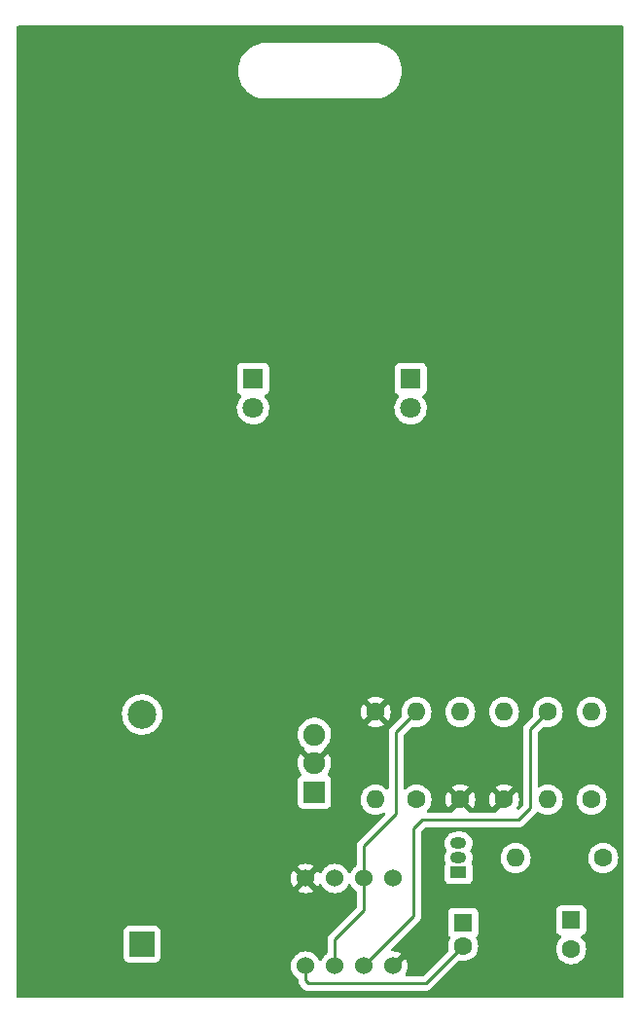
<source format=gbl>
%TF.GenerationSoftware,KiCad,Pcbnew,(6.0.6)*%
%TF.CreationDate,2022-11-23T01:26:38+07:00*%
%TF.ProjectId,555_Badge,3535355f-4261-4646-9765-2e6b69636164,v01*%
%TF.SameCoordinates,Original*%
%TF.FileFunction,Copper,L2,Bot*%
%TF.FilePolarity,Positive*%
%FSLAX46Y46*%
G04 Gerber Fmt 4.6, Leading zero omitted, Abs format (unit mm)*
G04 Created by KiCad (PCBNEW (6.0.6)) date 2022-11-23 01:26:38*
%MOMM*%
%LPD*%
G01*
G04 APERTURE LIST*
%ADD10C,0.300000*%
%TA.AperFunction,NonConductor*%
%ADD11C,0.300000*%
%TD*%
%TA.AperFunction,ComponentPad*%
%ADD12C,1.600000*%
%TD*%
%TA.AperFunction,ComponentPad*%
%ADD13O,1.600000X1.600000*%
%TD*%
%TA.AperFunction,ComponentPad*%
%ADD14C,1.524000*%
%TD*%
%TA.AperFunction,ComponentPad*%
%ADD15R,1.800000X1.800000*%
%TD*%
%TA.AperFunction,ComponentPad*%
%ADD16C,1.800000*%
%TD*%
%TA.AperFunction,ComponentPad*%
%ADD17R,1.900000X1.900000*%
%TD*%
%TA.AperFunction,ComponentPad*%
%ADD18C,1.900000*%
%TD*%
%TA.AperFunction,ComponentPad*%
%ADD19R,2.170000X2.170000*%
%TD*%
%TA.AperFunction,ComponentPad*%
%ADD20C,2.500000*%
%TD*%
%TA.AperFunction,ComponentPad*%
%ADD21R,1.600000X1.600000*%
%TD*%
%TA.AperFunction,ComponentPad*%
%ADD22O,1.397000X1.016000*%
%TD*%
%TA.AperFunction,ComponentPad*%
%ADD23R,1.397000X1.016000*%
%TD*%
%TA.AperFunction,Conductor*%
%ADD24C,0.254000*%
%TD*%
G04 APERTURE END LIST*
D10*
D11*
X177720285Y-45906571D02*
X177363142Y-46906571D01*
X177006000Y-45906571D01*
X176434571Y-46335142D02*
X175291714Y-46335142D01*
X174291714Y-45406571D02*
X174148857Y-45406571D01*
X174006000Y-45478000D01*
X173934571Y-45549428D01*
X173863142Y-45692285D01*
X173791714Y-45978000D01*
X173791714Y-46335142D01*
X173863142Y-46620857D01*
X173934571Y-46763714D01*
X174006000Y-46835142D01*
X174148857Y-46906571D01*
X174291714Y-46906571D01*
X174434571Y-46835142D01*
X174506000Y-46763714D01*
X174577428Y-46620857D01*
X174648857Y-46335142D01*
X174648857Y-45978000D01*
X174577428Y-45692285D01*
X174506000Y-45549428D01*
X174434571Y-45478000D01*
X174291714Y-45406571D01*
X172363142Y-46906571D02*
X173220285Y-46906571D01*
X172791714Y-46906571D02*
X172791714Y-45406571D01*
X172934571Y-45620857D01*
X173077428Y-45763714D01*
X173220285Y-45835142D01*
D12*
%TO.P,R7,1*%
%TO.N,VCC*%
X169926000Y-109220000D03*
D13*
%TO.P,R7,2*%
%TO.N,Net-(D2-Pad2)*%
X169926000Y-101600000D03*
%TD*%
D14*
%TO.P,U1,1,GND*%
%TO.N,GND*%
X152654000Y-123698000D03*
%TO.P,U1,2,~{TRIG}*%
%TO.N,Net-(C1-Pad1)*%
X155194000Y-123698000D03*
%TO.P,U1,3,OUT*%
%TO.N,Net-(R3-Pad1)*%
X157734000Y-123698000D03*
%TO.P,U1,4,~{RST}*%
%TO.N,VCC*%
X160274000Y-123698000D03*
%TO.P,U1,5,CV*%
%TO.N,unconnected-(U1-Pad5)*%
X160274000Y-116078000D03*
%TO.P,U1,6,THRESH*%
%TO.N,Net-(C1-Pad1)*%
X157734000Y-116078000D03*
%TO.P,U1,7,DIS*%
%TO.N,Net-(U1-Pad7)*%
X155194000Y-116078000D03*
%TO.P,U1,8,VDD*%
%TO.N,VCC*%
X152654000Y-116078000D03*
%TD*%
D12*
%TO.P,R2,1*%
%TO.N,Net-(U1-Pad7)*%
X162306000Y-109220000D03*
D13*
%TO.P,R2,2*%
%TO.N,Net-(C1-Pad1)*%
X162306000Y-101600000D03*
%TD*%
D15*
%TO.P,D1,1,K*%
%TO.N,Net-(D1-Pad1)*%
X148082000Y-72639000D03*
D16*
%TO.P,D1,2,A*%
%TO.N,Net-(D1-Pad2)*%
X148082000Y-75179000D03*
%TD*%
D15*
%TO.P,D2,1,K*%
%TO.N,Net-(D1-Pad1)*%
X161798000Y-72644000D03*
D16*
%TO.P,D2,2,A*%
%TO.N,Net-(D2-Pad2)*%
X161798000Y-75184000D03*
%TD*%
D12*
%TO.P,R6,1*%
%TO.N,VCC*%
X166116000Y-109220000D03*
D13*
%TO.P,R6,2*%
%TO.N,Net-(D1-Pad2)*%
X166116000Y-101600000D03*
%TD*%
D17*
%TO.P,S1,1*%
%TO.N,unconnected-(S1-Pad1)*%
X153416000Y-108552000D03*
D18*
%TO.P,S1,2*%
%TO.N,VCC*%
X153416000Y-106052000D03*
%TO.P,S1,3*%
%TO.N,Net-(BAT1-PadPos)*%
X153416000Y-103552000D03*
%TD*%
D19*
%TO.P,BAT1,Neg*%
%TO.N,GND*%
X138430000Y-121805700D03*
D20*
%TO.P,BAT1,Pos*%
%TO.N,Net-(BAT1-PadPos)*%
X138430000Y-101805700D03*
%TD*%
D12*
%TO.P,R5,1*%
%TO.N,Net-(C2-Pad1)*%
X178562000Y-114300000D03*
D13*
%TO.P,R5,2*%
%TO.N,Net-(Q1-Pad2)*%
X170942000Y-114300000D03*
%TD*%
%TO.P,R4,2*%
%TO.N,GND*%
X177546000Y-101600000D03*
D12*
%TO.P,R4,1*%
%TO.N,Net-(C2-Pad1)*%
X177546000Y-109220000D03*
%TD*%
%TO.P,C1,2*%
%TO.N,GND*%
X166370000Y-121948888D03*
D21*
%TO.P,C1,1*%
%TO.N,Net-(C1-Pad1)*%
X166370000Y-119948888D03*
%TD*%
D12*
%TO.P,R1,1*%
%TO.N,VCC*%
X158750000Y-101600000D03*
D13*
%TO.P,R1,2*%
%TO.N,Net-(U1-Pad7)*%
X158750000Y-109220000D03*
%TD*%
%TO.P,R3,2*%
%TO.N,Net-(C2-Pad1)*%
X173736000Y-109220000D03*
D12*
%TO.P,R3,1*%
%TO.N,Net-(R3-Pad1)*%
X173736000Y-101600000D03*
%TD*%
D22*
%TO.P,Q1,3,C*%
%TO.N,Net-(D1-Pad1)*%
X165968000Y-113030000D03*
%TO.P,Q1,2,B*%
%TO.N,Net-(Q1-Pad2)*%
X165968000Y-114300000D03*
D23*
%TO.P,Q1,1,E*%
%TO.N,GND*%
X165968000Y-115570000D03*
%TD*%
D21*
%TO.P,C2,1*%
%TO.N,Net-(C2-Pad1)*%
X175768000Y-119721621D03*
D12*
%TO.P,C2,2*%
%TO.N,GND*%
X175768000Y-122221621D03*
%TD*%
D24*
%TO.N,GND*%
X163096888Y-125222000D02*
X166370000Y-121948888D01*
X152908000Y-125222000D02*
X163096888Y-125222000D01*
X152654000Y-124968000D02*
X152908000Y-125222000D01*
X152654000Y-123698000D02*
X152654000Y-124968000D01*
%TO.N,Net-(R3-Pad1)*%
X162052000Y-119380000D02*
X157734000Y-123698000D01*
X162052000Y-111760000D02*
X162052000Y-119380000D01*
X172212000Y-109982000D02*
X171196000Y-110998000D01*
X162814000Y-110998000D02*
X162052000Y-111760000D01*
X172212000Y-103124000D02*
X172212000Y-109982000D01*
X171196000Y-110998000D02*
X162814000Y-110998000D01*
X173736000Y-101600000D02*
X172212000Y-103124000D01*
%TO.N,Net-(C1-Pad1)*%
X160528000Y-103378000D02*
X162306000Y-101600000D01*
X157734000Y-113284000D02*
X160528000Y-110490000D01*
X157734000Y-116078000D02*
X157734000Y-113284000D01*
X160528000Y-110490000D02*
X160528000Y-103378000D01*
X157734000Y-118872000D02*
X157734000Y-116078000D01*
X155194000Y-121412000D02*
X157734000Y-118872000D01*
X155194000Y-123698000D02*
X155194000Y-121412000D01*
%TD*%
%TA.AperFunction,Conductor*%
%TO.N,VCC*%
G36*
X180281621Y-41930502D02*
G01*
X180328114Y-41984158D01*
X180339500Y-42036500D01*
X180339500Y-126365500D01*
X180319498Y-126433621D01*
X180265842Y-126480114D01*
X180213500Y-126491500D01*
X127634500Y-126491500D01*
X127566379Y-126471498D01*
X127519886Y-126417842D01*
X127508500Y-126365500D01*
X127508500Y-123698000D01*
X151378647Y-123698000D01*
X151398022Y-123919463D01*
X151455560Y-124134196D01*
X151457882Y-124139177D01*
X151457883Y-124139178D01*
X151547186Y-124330689D01*
X151547189Y-124330694D01*
X151549512Y-124335676D01*
X151552668Y-124340183D01*
X151552669Y-124340185D01*
X151673565Y-124512842D01*
X151677023Y-124517781D01*
X151834219Y-124674977D01*
X151838727Y-124678134D01*
X151838730Y-124678136D01*
X151964771Y-124766391D01*
X152009099Y-124821848D01*
X152018500Y-124869604D01*
X152018500Y-124888980D01*
X152017970Y-124900214D01*
X152016292Y-124907719D01*
X152016541Y-124915638D01*
X152018438Y-124976012D01*
X152018500Y-124979969D01*
X152018500Y-125007983D01*
X152018996Y-125011908D01*
X152018996Y-125011909D01*
X152019008Y-125012004D01*
X152019941Y-125023849D01*
X152021335Y-125068205D01*
X152023547Y-125075817D01*
X152027013Y-125087748D01*
X152031023Y-125107112D01*
X152033573Y-125127299D01*
X152036489Y-125134663D01*
X152036490Y-125134668D01*
X152049907Y-125168556D01*
X152053752Y-125179785D01*
X152066131Y-125222393D01*
X152070169Y-125229220D01*
X152070170Y-125229223D01*
X152076488Y-125239906D01*
X152085188Y-125257664D01*
X152089761Y-125269215D01*
X152089765Y-125269221D01*
X152092681Y-125276588D01*
X152097339Y-125282999D01*
X152097340Y-125283001D01*
X152118764Y-125312488D01*
X152125281Y-125322410D01*
X152143826Y-125353768D01*
X152143829Y-125353772D01*
X152147866Y-125360598D01*
X152162250Y-125374982D01*
X152175091Y-125390016D01*
X152187058Y-125406487D01*
X152193166Y-125411540D01*
X152221255Y-125434777D01*
X152230035Y-125442767D01*
X152402745Y-125615477D01*
X152410322Y-125623803D01*
X152414447Y-125630303D01*
X152420225Y-125635729D01*
X152420226Y-125635730D01*
X152464281Y-125677100D01*
X152467123Y-125679855D01*
X152486906Y-125699638D01*
X152490114Y-125702126D01*
X152499143Y-125709837D01*
X152531494Y-125740217D01*
X152538443Y-125744037D01*
X152549329Y-125750022D01*
X152565853Y-125760876D01*
X152581933Y-125773349D01*
X152589210Y-125776498D01*
X152622650Y-125790969D01*
X152633311Y-125796192D01*
X152665247Y-125813749D01*
X152665252Y-125813751D01*
X152672197Y-125817569D01*
X152679871Y-125819539D01*
X152679878Y-125819542D01*
X152691913Y-125822632D01*
X152710618Y-125829036D01*
X152722013Y-125833967D01*
X152729292Y-125837117D01*
X152744401Y-125839510D01*
X152773127Y-125844060D01*
X152784740Y-125846465D01*
X152827718Y-125857500D01*
X152848065Y-125857500D01*
X152867777Y-125859051D01*
X152887879Y-125862235D01*
X152895771Y-125861489D01*
X152932056Y-125858059D01*
X152943914Y-125857500D01*
X163017868Y-125857500D01*
X163029102Y-125858030D01*
X163036607Y-125859708D01*
X163104900Y-125857562D01*
X163108857Y-125857500D01*
X163136871Y-125857500D01*
X163140796Y-125857004D01*
X163140797Y-125857004D01*
X163140892Y-125856992D01*
X163152737Y-125856059D01*
X163182558Y-125855122D01*
X163189170Y-125854914D01*
X163189171Y-125854914D01*
X163197093Y-125854665D01*
X163216637Y-125848987D01*
X163236000Y-125844977D01*
X163248328Y-125843420D01*
X163248330Y-125843420D01*
X163256187Y-125842427D01*
X163263551Y-125839511D01*
X163263556Y-125839510D01*
X163297444Y-125826093D01*
X163308673Y-125822248D01*
X163325353Y-125817402D01*
X163351281Y-125809869D01*
X163358108Y-125805831D01*
X163358111Y-125805830D01*
X163368794Y-125799512D01*
X163386552Y-125790812D01*
X163398103Y-125786239D01*
X163398109Y-125786235D01*
X163405476Y-125783319D01*
X163414865Y-125776498D01*
X163441376Y-125757236D01*
X163451298Y-125750719D01*
X163482656Y-125732174D01*
X163482660Y-125732171D01*
X163489486Y-125728134D01*
X163503870Y-125713750D01*
X163518904Y-125700909D01*
X163528961Y-125693602D01*
X163535375Y-125688942D01*
X163563666Y-125654744D01*
X163571655Y-125645965D01*
X165958982Y-123258638D01*
X166021294Y-123224612D01*
X166080688Y-123226026D01*
X166136598Y-123241007D01*
X166136600Y-123241007D01*
X166141913Y-123242431D01*
X166370000Y-123262386D01*
X166598087Y-123242431D01*
X166603400Y-123241007D01*
X166603402Y-123241007D01*
X166813933Y-123184595D01*
X166813935Y-123184594D01*
X166819243Y-123183172D01*
X166901981Y-123144591D01*
X167021762Y-123088737D01*
X167021767Y-123088734D01*
X167026749Y-123086411D01*
X167159925Y-122993160D01*
X167209789Y-122958245D01*
X167209792Y-122958243D01*
X167214300Y-122955086D01*
X167376198Y-122793188D01*
X167507523Y-122605637D01*
X167509846Y-122600655D01*
X167509849Y-122600650D01*
X167601961Y-122403113D01*
X167601961Y-122403112D01*
X167604284Y-122398131D01*
X167649687Y-122228688D01*
X167651581Y-122221621D01*
X174454502Y-122221621D01*
X174474457Y-122449708D01*
X174475881Y-122455021D01*
X174475881Y-122455023D01*
X174528393Y-122650997D01*
X174533716Y-122670864D01*
X174536039Y-122675845D01*
X174536039Y-122675846D01*
X174628151Y-122873383D01*
X174628154Y-122873388D01*
X174630477Y-122878370D01*
X174675193Y-122942231D01*
X174754726Y-123055815D01*
X174761802Y-123065921D01*
X174923700Y-123227819D01*
X174928208Y-123230976D01*
X174928211Y-123230978D01*
X174979819Y-123267114D01*
X175111251Y-123359144D01*
X175116233Y-123361467D01*
X175116238Y-123361470D01*
X175313775Y-123453582D01*
X175318757Y-123455905D01*
X175324065Y-123457327D01*
X175324067Y-123457328D01*
X175534598Y-123513740D01*
X175534600Y-123513740D01*
X175539913Y-123515164D01*
X175768000Y-123535119D01*
X175996087Y-123515164D01*
X176001400Y-123513740D01*
X176001402Y-123513740D01*
X176211933Y-123457328D01*
X176211935Y-123457327D01*
X176217243Y-123455905D01*
X176222225Y-123453582D01*
X176419762Y-123361470D01*
X176419767Y-123361467D01*
X176424749Y-123359144D01*
X176556181Y-123267114D01*
X176607789Y-123230978D01*
X176607792Y-123230976D01*
X176612300Y-123227819D01*
X176774198Y-123065921D01*
X176781275Y-123055815D01*
X176860807Y-122942231D01*
X176905523Y-122878370D01*
X176907846Y-122873388D01*
X176907849Y-122873383D01*
X176999961Y-122675846D01*
X176999961Y-122675845D01*
X177002284Y-122670864D01*
X177007608Y-122650997D01*
X177060119Y-122455023D01*
X177060119Y-122455021D01*
X177061543Y-122449708D01*
X177081498Y-122221621D01*
X177061543Y-121993534D01*
X177002284Y-121772378D01*
X176980789Y-121726281D01*
X176907849Y-121569859D01*
X176907846Y-121569854D01*
X176905523Y-121564872D01*
X176774198Y-121377321D01*
X176628498Y-121231621D01*
X176594472Y-121169309D01*
X176599537Y-121098494D01*
X176642084Y-121041658D01*
X176678737Y-121024489D01*
X176678316Y-121023366D01*
X176806297Y-120975388D01*
X176814705Y-120972236D01*
X176931261Y-120884882D01*
X177018615Y-120768326D01*
X177069745Y-120631937D01*
X177076500Y-120569755D01*
X177076500Y-118873487D01*
X177069745Y-118811305D01*
X177018615Y-118674916D01*
X176931261Y-118558360D01*
X176814705Y-118471006D01*
X176678316Y-118419876D01*
X176616134Y-118413121D01*
X174919866Y-118413121D01*
X174857684Y-118419876D01*
X174721295Y-118471006D01*
X174604739Y-118558360D01*
X174517385Y-118674916D01*
X174466255Y-118811305D01*
X174459500Y-118873487D01*
X174459500Y-120569755D01*
X174466255Y-120631937D01*
X174517385Y-120768326D01*
X174604739Y-120884882D01*
X174721295Y-120972236D01*
X174729703Y-120975388D01*
X174857684Y-121023366D01*
X174856954Y-121025312D01*
X174909205Y-121055166D01*
X174942021Y-121118124D01*
X174935591Y-121188828D01*
X174907502Y-121231621D01*
X174761802Y-121377321D01*
X174630477Y-121564872D01*
X174628154Y-121569854D01*
X174628151Y-121569859D01*
X174555211Y-121726281D01*
X174533716Y-121772378D01*
X174474457Y-121993534D01*
X174454502Y-122221621D01*
X167651581Y-122221621D01*
X167662119Y-122182290D01*
X167662119Y-122182288D01*
X167663543Y-122176975D01*
X167683498Y-121948888D01*
X167663543Y-121720801D01*
X167604284Y-121499645D01*
X167580162Y-121447914D01*
X167509849Y-121297126D01*
X167509846Y-121297121D01*
X167507523Y-121292139D01*
X167503705Y-121286686D01*
X167503541Y-121286202D01*
X167501617Y-121282869D01*
X167502287Y-121282482D01*
X167481012Y-121219414D01*
X167498293Y-121150553D01*
X167521002Y-121125151D01*
X167519731Y-121123880D01*
X167526081Y-121117530D01*
X167533261Y-121112149D01*
X167620615Y-120995593D01*
X167671745Y-120859204D01*
X167678500Y-120797022D01*
X167678500Y-119100754D01*
X167671745Y-119038572D01*
X167620615Y-118902183D01*
X167533261Y-118785627D01*
X167416705Y-118698273D01*
X167280316Y-118647143D01*
X167218134Y-118640388D01*
X165521866Y-118640388D01*
X165459684Y-118647143D01*
X165323295Y-118698273D01*
X165206739Y-118785627D01*
X165119385Y-118902183D01*
X165068255Y-119038572D01*
X165061500Y-119100754D01*
X165061500Y-120797022D01*
X165068255Y-120859204D01*
X165119385Y-120995593D01*
X165206739Y-121112149D01*
X165213919Y-121117530D01*
X165220269Y-121123880D01*
X165218029Y-121126120D01*
X165251171Y-121170453D01*
X165256190Y-121241272D01*
X165238051Y-121282678D01*
X165238383Y-121282869D01*
X165236661Y-121285852D01*
X165236296Y-121286685D01*
X165232477Y-121292139D01*
X165230154Y-121297121D01*
X165230151Y-121297126D01*
X165159838Y-121447914D01*
X165135716Y-121499645D01*
X165076457Y-121720801D01*
X165056502Y-121948888D01*
X165076457Y-122176975D01*
X165077880Y-122182286D01*
X165077882Y-122182297D01*
X165092861Y-122238198D01*
X165091172Y-122309175D01*
X165060250Y-122359905D01*
X162870560Y-124549595D01*
X162808248Y-124583621D01*
X162781465Y-124586500D01*
X161444292Y-124586500D01*
X161376171Y-124566498D01*
X161329678Y-124512842D01*
X161319574Y-124442568D01*
X161341078Y-124388230D01*
X161374903Y-124339922D01*
X161380376Y-124330444D01*
X161469645Y-124139007D01*
X161473391Y-124128715D01*
X161528059Y-123924691D01*
X161529962Y-123913896D01*
X161548372Y-123703475D01*
X161548372Y-123692525D01*
X161529962Y-123482104D01*
X161528059Y-123471309D01*
X161473391Y-123267285D01*
X161469645Y-123256993D01*
X161380377Y-123065559D01*
X161374897Y-123056068D01*
X161344206Y-123012235D01*
X161333729Y-123003860D01*
X161320282Y-123010928D01*
X160363095Y-123968115D01*
X160300783Y-124002141D01*
X160229968Y-123997076D01*
X160184905Y-123968115D01*
X160003885Y-123787095D01*
X159969859Y-123724783D01*
X159974924Y-123653968D01*
X160003885Y-123608905D01*
X160961793Y-122650997D01*
X160968223Y-122639223D01*
X160958926Y-122627207D01*
X160915931Y-122597102D01*
X160906445Y-122591624D01*
X160715007Y-122502355D01*
X160704715Y-122498609D01*
X160500691Y-122443941D01*
X160489896Y-122442038D01*
X160279475Y-122423628D01*
X160268524Y-122423628D01*
X160217316Y-122428108D01*
X160147712Y-122414119D01*
X160096719Y-122364719D01*
X160080529Y-122295593D01*
X160104282Y-122228688D01*
X160117240Y-122213492D01*
X162445477Y-119885255D01*
X162453803Y-119877678D01*
X162460303Y-119873553D01*
X162507101Y-119823718D01*
X162509855Y-119820877D01*
X162529638Y-119801094D01*
X162532129Y-119797883D01*
X162539838Y-119788856D01*
X162564789Y-119762286D01*
X162570217Y-119756506D01*
X162580022Y-119738671D01*
X162590876Y-119722147D01*
X162598491Y-119712330D01*
X162598492Y-119712329D01*
X162603349Y-119706067D01*
X162620969Y-119665350D01*
X162626192Y-119654689D01*
X162643749Y-119622753D01*
X162643751Y-119622748D01*
X162647569Y-119615803D01*
X162649539Y-119608129D01*
X162649542Y-119608122D01*
X162652632Y-119596087D01*
X162659036Y-119577382D01*
X162663967Y-119565987D01*
X162667117Y-119558708D01*
X162674060Y-119514873D01*
X162676467Y-119503251D01*
X162687500Y-119460282D01*
X162687500Y-119439935D01*
X162689051Y-119420224D01*
X162690995Y-119407950D01*
X162692235Y-119400121D01*
X162691489Y-119392229D01*
X162688059Y-119355944D01*
X162687500Y-119344086D01*
X162687500Y-114292869D01*
X164756107Y-114292869D01*
X164774174Y-114491395D01*
X164775915Y-114497309D01*
X164775915Y-114497311D01*
X164783360Y-114522607D01*
X164830458Y-114682630D01*
X164833319Y-114688102D01*
X164835029Y-114692335D01*
X164842002Y-114762988D01*
X164826144Y-114798907D01*
X164828579Y-114800240D01*
X164824271Y-114808109D01*
X164818885Y-114815295D01*
X164767755Y-114951684D01*
X164761000Y-115013866D01*
X164761000Y-116126134D01*
X164767755Y-116188316D01*
X164818885Y-116324705D01*
X164906239Y-116441261D01*
X165022795Y-116528615D01*
X165159184Y-116579745D01*
X165221366Y-116586500D01*
X166714634Y-116586500D01*
X166776816Y-116579745D01*
X166913205Y-116528615D01*
X167029761Y-116441261D01*
X167117115Y-116324705D01*
X167168245Y-116188316D01*
X167175000Y-116126134D01*
X167175000Y-115013866D01*
X167168245Y-114951684D01*
X167141207Y-114879560D01*
X167120266Y-114823699D01*
X167120264Y-114823696D01*
X167117115Y-114815295D01*
X167111733Y-114808113D01*
X167107422Y-114800240D01*
X167110734Y-114798427D01*
X167092100Y-114748605D01*
X167100738Y-114696010D01*
X167100108Y-114695815D01*
X167101519Y-114691257D01*
X167159056Y-114505385D01*
X167159905Y-114497311D01*
X167179249Y-114313260D01*
X167179249Y-114313258D01*
X167179893Y-114307131D01*
X167179244Y-114300000D01*
X169628502Y-114300000D01*
X169648457Y-114528087D01*
X169649881Y-114533400D01*
X169649881Y-114533402D01*
X169692179Y-114691257D01*
X169707716Y-114749243D01*
X169710039Y-114754224D01*
X169710039Y-114754225D01*
X169802151Y-114951762D01*
X169802154Y-114951767D01*
X169804477Y-114956749D01*
X169935802Y-115144300D01*
X170097700Y-115306198D01*
X170102208Y-115309355D01*
X170102211Y-115309357D01*
X170180389Y-115364098D01*
X170285251Y-115437523D01*
X170290233Y-115439846D01*
X170290238Y-115439849D01*
X170487775Y-115531961D01*
X170492757Y-115534284D01*
X170498065Y-115535706D01*
X170498067Y-115535707D01*
X170708598Y-115592119D01*
X170708600Y-115592119D01*
X170713913Y-115593543D01*
X170942000Y-115613498D01*
X171170087Y-115593543D01*
X171175400Y-115592119D01*
X171175402Y-115592119D01*
X171385933Y-115535707D01*
X171385935Y-115535706D01*
X171391243Y-115534284D01*
X171396225Y-115531961D01*
X171593762Y-115439849D01*
X171593767Y-115439846D01*
X171598749Y-115437523D01*
X171703611Y-115364098D01*
X171781789Y-115309357D01*
X171781792Y-115309355D01*
X171786300Y-115306198D01*
X171948198Y-115144300D01*
X172079523Y-114956749D01*
X172081846Y-114951767D01*
X172081849Y-114951762D01*
X172173961Y-114754225D01*
X172173961Y-114754224D01*
X172176284Y-114749243D01*
X172191822Y-114691257D01*
X172234119Y-114533402D01*
X172234119Y-114533400D01*
X172235543Y-114528087D01*
X172255498Y-114300000D01*
X177248502Y-114300000D01*
X177268457Y-114528087D01*
X177269881Y-114533400D01*
X177269881Y-114533402D01*
X177312179Y-114691257D01*
X177327716Y-114749243D01*
X177330039Y-114754224D01*
X177330039Y-114754225D01*
X177422151Y-114951762D01*
X177422154Y-114951767D01*
X177424477Y-114956749D01*
X177555802Y-115144300D01*
X177717700Y-115306198D01*
X177722208Y-115309355D01*
X177722211Y-115309357D01*
X177800389Y-115364098D01*
X177905251Y-115437523D01*
X177910233Y-115439846D01*
X177910238Y-115439849D01*
X178107775Y-115531961D01*
X178112757Y-115534284D01*
X178118065Y-115535706D01*
X178118067Y-115535707D01*
X178328598Y-115592119D01*
X178328600Y-115592119D01*
X178333913Y-115593543D01*
X178562000Y-115613498D01*
X178790087Y-115593543D01*
X178795400Y-115592119D01*
X178795402Y-115592119D01*
X179005933Y-115535707D01*
X179005935Y-115535706D01*
X179011243Y-115534284D01*
X179016225Y-115531961D01*
X179213762Y-115439849D01*
X179213767Y-115439846D01*
X179218749Y-115437523D01*
X179323611Y-115364098D01*
X179401789Y-115309357D01*
X179401792Y-115309355D01*
X179406300Y-115306198D01*
X179568198Y-115144300D01*
X179699523Y-114956749D01*
X179701846Y-114951767D01*
X179701849Y-114951762D01*
X179793961Y-114754225D01*
X179793961Y-114754224D01*
X179796284Y-114749243D01*
X179811822Y-114691257D01*
X179854119Y-114533402D01*
X179854119Y-114533400D01*
X179855543Y-114528087D01*
X179875498Y-114300000D01*
X179855543Y-114071913D01*
X179810600Y-113904185D01*
X179797707Y-113856067D01*
X179797706Y-113856065D01*
X179796284Y-113850757D01*
X179744968Y-113740709D01*
X179701849Y-113648238D01*
X179701846Y-113648233D01*
X179699523Y-113643251D01*
X179568198Y-113455700D01*
X179406300Y-113293802D01*
X179401792Y-113290645D01*
X179401789Y-113290643D01*
X179311341Y-113227311D01*
X179218749Y-113162477D01*
X179213767Y-113160154D01*
X179213762Y-113160151D01*
X179016225Y-113068039D01*
X179016224Y-113068039D01*
X179011243Y-113065716D01*
X179005935Y-113064294D01*
X179005933Y-113064293D01*
X178795402Y-113007881D01*
X178795400Y-113007881D01*
X178790087Y-113006457D01*
X178562000Y-112986502D01*
X178333913Y-113006457D01*
X178328600Y-113007881D01*
X178328598Y-113007881D01*
X178118067Y-113064293D01*
X178118065Y-113064294D01*
X178112757Y-113065716D01*
X178107776Y-113068039D01*
X178107775Y-113068039D01*
X177910238Y-113160151D01*
X177910233Y-113160154D01*
X177905251Y-113162477D01*
X177812659Y-113227311D01*
X177722211Y-113290643D01*
X177722208Y-113290645D01*
X177717700Y-113293802D01*
X177555802Y-113455700D01*
X177424477Y-113643251D01*
X177422154Y-113648233D01*
X177422151Y-113648238D01*
X177379032Y-113740709D01*
X177327716Y-113850757D01*
X177326294Y-113856065D01*
X177326293Y-113856067D01*
X177313400Y-113904185D01*
X177268457Y-114071913D01*
X177248502Y-114300000D01*
X172255498Y-114300000D01*
X172235543Y-114071913D01*
X172190600Y-113904185D01*
X172177707Y-113856067D01*
X172177706Y-113856065D01*
X172176284Y-113850757D01*
X172124968Y-113740709D01*
X172081849Y-113648238D01*
X172081846Y-113648233D01*
X172079523Y-113643251D01*
X171948198Y-113455700D01*
X171786300Y-113293802D01*
X171781792Y-113290645D01*
X171781789Y-113290643D01*
X171691341Y-113227311D01*
X171598749Y-113162477D01*
X171593767Y-113160154D01*
X171593762Y-113160151D01*
X171396225Y-113068039D01*
X171396224Y-113068039D01*
X171391243Y-113065716D01*
X171385935Y-113064294D01*
X171385933Y-113064293D01*
X171175402Y-113007881D01*
X171175400Y-113007881D01*
X171170087Y-113006457D01*
X170942000Y-112986502D01*
X170713913Y-113006457D01*
X170708600Y-113007881D01*
X170708598Y-113007881D01*
X170498067Y-113064293D01*
X170498065Y-113064294D01*
X170492757Y-113065716D01*
X170487776Y-113068039D01*
X170487775Y-113068039D01*
X170290238Y-113160151D01*
X170290233Y-113160154D01*
X170285251Y-113162477D01*
X170192659Y-113227311D01*
X170102211Y-113290643D01*
X170102208Y-113290645D01*
X170097700Y-113293802D01*
X169935802Y-113455700D01*
X169804477Y-113643251D01*
X169802154Y-113648233D01*
X169802151Y-113648238D01*
X169759032Y-113740709D01*
X169707716Y-113850757D01*
X169706294Y-113856065D01*
X169706293Y-113856067D01*
X169693400Y-113904185D01*
X169648457Y-114071913D01*
X169628502Y-114300000D01*
X167179244Y-114300000D01*
X167161826Y-114108605D01*
X167159512Y-114100741D01*
X167107284Y-113923289D01*
X167105542Y-113917370D01*
X167013186Y-113740709D01*
X167009316Y-113735896D01*
X167008072Y-113733995D01*
X166987505Y-113666042D01*
X167006802Y-113601985D01*
X167005294Y-113601170D01*
X167043072Y-113531301D01*
X167100108Y-113425815D01*
X167159056Y-113235385D01*
X167160246Y-113224065D01*
X167179249Y-113043260D01*
X167179249Y-113043258D01*
X167179893Y-113037131D01*
X167161826Y-112838605D01*
X167159512Y-112830741D01*
X167107284Y-112653289D01*
X167105542Y-112647370D01*
X167013186Y-112470709D01*
X166888275Y-112315351D01*
X166735567Y-112187214D01*
X166560879Y-112091179D01*
X166555012Y-112089318D01*
X166555010Y-112089317D01*
X166376742Y-112032766D01*
X166376739Y-112032765D01*
X166370865Y-112030902D01*
X166215716Y-112013500D01*
X165727343Y-112013500D01*
X165724287Y-112013800D01*
X165724280Y-112013800D01*
X165665259Y-112019587D01*
X165579106Y-112028035D01*
X165573207Y-112029816D01*
X165573202Y-112029817D01*
X165422148Y-112075423D01*
X165388268Y-112085652D01*
X165300262Y-112132445D01*
X165217698Y-112176345D01*
X165217695Y-112176347D01*
X165212256Y-112179239D01*
X165207486Y-112183129D01*
X165207482Y-112183132D01*
X165062549Y-112301337D01*
X165062546Y-112301340D01*
X165057774Y-112305232D01*
X164930706Y-112458830D01*
X164835892Y-112634185D01*
X164776944Y-112824615D01*
X164776300Y-112830740D01*
X164776300Y-112830741D01*
X164757532Y-113009314D01*
X164756107Y-113022869D01*
X164774174Y-113221395D01*
X164775915Y-113227309D01*
X164775915Y-113227311D01*
X164794555Y-113290643D01*
X164830458Y-113412630D01*
X164833315Y-113418095D01*
X164892498Y-113531301D01*
X164922814Y-113589291D01*
X164926684Y-113594104D01*
X164927928Y-113596005D01*
X164948495Y-113663958D01*
X164929198Y-113728015D01*
X164930706Y-113728830D01*
X164835892Y-113904185D01*
X164776944Y-114094615D01*
X164776300Y-114100740D01*
X164776300Y-114100741D01*
X164775474Y-114108605D01*
X164756107Y-114292869D01*
X162687500Y-114292869D01*
X162687500Y-112075423D01*
X162707502Y-112007302D01*
X162724405Y-111986327D01*
X163040329Y-111670404D01*
X163102641Y-111636379D01*
X163129424Y-111633500D01*
X171116980Y-111633500D01*
X171128214Y-111634030D01*
X171135719Y-111635708D01*
X171204012Y-111633562D01*
X171207969Y-111633500D01*
X171235983Y-111633500D01*
X171239908Y-111633004D01*
X171239909Y-111633004D01*
X171240004Y-111632992D01*
X171251849Y-111632059D01*
X171281670Y-111631122D01*
X171288282Y-111630914D01*
X171288283Y-111630914D01*
X171296205Y-111630665D01*
X171315749Y-111624987D01*
X171335112Y-111620977D01*
X171347440Y-111619420D01*
X171347442Y-111619420D01*
X171355299Y-111618427D01*
X171362663Y-111615511D01*
X171362668Y-111615510D01*
X171396556Y-111602093D01*
X171407785Y-111598248D01*
X171424465Y-111593402D01*
X171450393Y-111585869D01*
X171457220Y-111581831D01*
X171457223Y-111581830D01*
X171467906Y-111575512D01*
X171485664Y-111566812D01*
X171497215Y-111562239D01*
X171497221Y-111562235D01*
X171504588Y-111559319D01*
X171512580Y-111553513D01*
X171540488Y-111533236D01*
X171550410Y-111526719D01*
X171581768Y-111508174D01*
X171581772Y-111508171D01*
X171588598Y-111504134D01*
X171602982Y-111489750D01*
X171618016Y-111476909D01*
X171628073Y-111469602D01*
X171634487Y-111464942D01*
X171662773Y-111430750D01*
X171670763Y-111421969D01*
X172605488Y-110487245D01*
X172613807Y-110479675D01*
X172620303Y-110475553D01*
X172629327Y-110465944D01*
X172667085Y-110425735D01*
X172669840Y-110422893D01*
X172689639Y-110403094D01*
X172692063Y-110399969D01*
X172692071Y-110399960D01*
X172692137Y-110399874D01*
X172699845Y-110390849D01*
X172724790Y-110364285D01*
X172730217Y-110358506D01*
X172735424Y-110349036D01*
X172740022Y-110340671D01*
X172750873Y-110324153D01*
X172763350Y-110308067D01*
X172765726Y-110302576D01*
X172816984Y-110254714D01*
X172886834Y-110242008D01*
X172945818Y-110264092D01*
X173079251Y-110357523D01*
X173084233Y-110359846D01*
X173084238Y-110359849D01*
X173225533Y-110425735D01*
X173286757Y-110454284D01*
X173292065Y-110455706D01*
X173292067Y-110455707D01*
X173502598Y-110512119D01*
X173502600Y-110512119D01*
X173507913Y-110513543D01*
X173736000Y-110533498D01*
X173964087Y-110513543D01*
X173969400Y-110512119D01*
X173969402Y-110512119D01*
X174179933Y-110455707D01*
X174179935Y-110455706D01*
X174185243Y-110454284D01*
X174246467Y-110425735D01*
X174387762Y-110359849D01*
X174387767Y-110359846D01*
X174392749Y-110357523D01*
X174557721Y-110242008D01*
X174575789Y-110229357D01*
X174575792Y-110229355D01*
X174580300Y-110226198D01*
X174742198Y-110064300D01*
X174756023Y-110044557D01*
X174834688Y-109932211D01*
X174873523Y-109876749D01*
X174875846Y-109871767D01*
X174875849Y-109871762D01*
X174967961Y-109674225D01*
X174967961Y-109674224D01*
X174970284Y-109669243D01*
X174990976Y-109592022D01*
X175028119Y-109453402D01*
X175028119Y-109453400D01*
X175029543Y-109448087D01*
X175049498Y-109220000D01*
X176232502Y-109220000D01*
X176252457Y-109448087D01*
X176253881Y-109453400D01*
X176253881Y-109453402D01*
X176291025Y-109592022D01*
X176311716Y-109669243D01*
X176314039Y-109674224D01*
X176314039Y-109674225D01*
X176406151Y-109871762D01*
X176406154Y-109871767D01*
X176408477Y-109876749D01*
X176447312Y-109932211D01*
X176525978Y-110044557D01*
X176539802Y-110064300D01*
X176701700Y-110226198D01*
X176706208Y-110229355D01*
X176706211Y-110229357D01*
X176724279Y-110242008D01*
X176889251Y-110357523D01*
X176894233Y-110359846D01*
X176894238Y-110359849D01*
X177035533Y-110425735D01*
X177096757Y-110454284D01*
X177102065Y-110455706D01*
X177102067Y-110455707D01*
X177312598Y-110512119D01*
X177312600Y-110512119D01*
X177317913Y-110513543D01*
X177546000Y-110533498D01*
X177774087Y-110513543D01*
X177779400Y-110512119D01*
X177779402Y-110512119D01*
X177989933Y-110455707D01*
X177989935Y-110455706D01*
X177995243Y-110454284D01*
X178056467Y-110425735D01*
X178197762Y-110359849D01*
X178197767Y-110359846D01*
X178202749Y-110357523D01*
X178367721Y-110242008D01*
X178385789Y-110229357D01*
X178385792Y-110229355D01*
X178390300Y-110226198D01*
X178552198Y-110064300D01*
X178566023Y-110044557D01*
X178644688Y-109932211D01*
X178683523Y-109876749D01*
X178685846Y-109871767D01*
X178685849Y-109871762D01*
X178777961Y-109674225D01*
X178777961Y-109674224D01*
X178780284Y-109669243D01*
X178800976Y-109592022D01*
X178838119Y-109453402D01*
X178838119Y-109453400D01*
X178839543Y-109448087D01*
X178859498Y-109220000D01*
X178839543Y-108991913D01*
X178802981Y-108855461D01*
X178781707Y-108776067D01*
X178781706Y-108776065D01*
X178780284Y-108770757D01*
X178685966Y-108568489D01*
X178685849Y-108568238D01*
X178685846Y-108568233D01*
X178683523Y-108563251D01*
X178552198Y-108375700D01*
X178390300Y-108213802D01*
X178385792Y-108210645D01*
X178385789Y-108210643D01*
X178274886Y-108132988D01*
X178202749Y-108082477D01*
X178197767Y-108080154D01*
X178197762Y-108080151D01*
X178000225Y-107988039D01*
X178000224Y-107988039D01*
X177995243Y-107985716D01*
X177989935Y-107984294D01*
X177989933Y-107984293D01*
X177779402Y-107927881D01*
X177779400Y-107927881D01*
X177774087Y-107926457D01*
X177546000Y-107906502D01*
X177317913Y-107926457D01*
X177312600Y-107927881D01*
X177312598Y-107927881D01*
X177102067Y-107984293D01*
X177102065Y-107984294D01*
X177096757Y-107985716D01*
X177091776Y-107988039D01*
X177091775Y-107988039D01*
X176894238Y-108080151D01*
X176894233Y-108080154D01*
X176889251Y-108082477D01*
X176817114Y-108132988D01*
X176706211Y-108210643D01*
X176706208Y-108210645D01*
X176701700Y-108213802D01*
X176539802Y-108375700D01*
X176408477Y-108563251D01*
X176406154Y-108568233D01*
X176406151Y-108568238D01*
X176406034Y-108568489D01*
X176311716Y-108770757D01*
X176310294Y-108776065D01*
X176310293Y-108776067D01*
X176289019Y-108855461D01*
X176252457Y-108991913D01*
X176232502Y-109220000D01*
X175049498Y-109220000D01*
X175029543Y-108991913D01*
X174992981Y-108855461D01*
X174971707Y-108776067D01*
X174971706Y-108776065D01*
X174970284Y-108770757D01*
X174875966Y-108568489D01*
X174875849Y-108568238D01*
X174875846Y-108568233D01*
X174873523Y-108563251D01*
X174742198Y-108375700D01*
X174580300Y-108213802D01*
X174575792Y-108210645D01*
X174575789Y-108210643D01*
X174464886Y-108132988D01*
X174392749Y-108082477D01*
X174387767Y-108080154D01*
X174387762Y-108080151D01*
X174190225Y-107988039D01*
X174190224Y-107988039D01*
X174185243Y-107985716D01*
X174179935Y-107984294D01*
X174179933Y-107984293D01*
X173969402Y-107927881D01*
X173969400Y-107927881D01*
X173964087Y-107926457D01*
X173736000Y-107906502D01*
X173507913Y-107926457D01*
X173502600Y-107927881D01*
X173502598Y-107927881D01*
X173292067Y-107984293D01*
X173292065Y-107984294D01*
X173286757Y-107985716D01*
X173281776Y-107988039D01*
X173281775Y-107988039D01*
X173084238Y-108080151D01*
X173084233Y-108080154D01*
X173079251Y-108082477D01*
X173046725Y-108105252D01*
X173045771Y-108105920D01*
X172978497Y-108128608D01*
X172909636Y-108111323D01*
X172861052Y-108059553D01*
X172847500Y-108002707D01*
X172847500Y-103439422D01*
X172867502Y-103371301D01*
X172884405Y-103350327D01*
X173324982Y-102909750D01*
X173387294Y-102875724D01*
X173446688Y-102877138D01*
X173502598Y-102892119D01*
X173502600Y-102892119D01*
X173507913Y-102893543D01*
X173736000Y-102913498D01*
X173964087Y-102893543D01*
X173969400Y-102892119D01*
X173969402Y-102892119D01*
X174179933Y-102835707D01*
X174179935Y-102835706D01*
X174185243Y-102834284D01*
X174247595Y-102805209D01*
X174387762Y-102739849D01*
X174387767Y-102739846D01*
X174392749Y-102737523D01*
X174527919Y-102642876D01*
X174575789Y-102609357D01*
X174575792Y-102609355D01*
X174580300Y-102606198D01*
X174742198Y-102444300D01*
X174764050Y-102413093D01*
X174817872Y-102336226D01*
X174873523Y-102256749D01*
X174875846Y-102251767D01*
X174875849Y-102251762D01*
X174967961Y-102054225D01*
X174967961Y-102054224D01*
X174970284Y-102049243D01*
X174976728Y-102025196D01*
X175028119Y-101833402D01*
X175028119Y-101833400D01*
X175029543Y-101828087D01*
X175049498Y-101600000D01*
X176232502Y-101600000D01*
X176252457Y-101828087D01*
X176253881Y-101833400D01*
X176253881Y-101833402D01*
X176305273Y-102025196D01*
X176311716Y-102049243D01*
X176314039Y-102054224D01*
X176314039Y-102054225D01*
X176406151Y-102251762D01*
X176406154Y-102251767D01*
X176408477Y-102256749D01*
X176464128Y-102336226D01*
X176517951Y-102413093D01*
X176539802Y-102444300D01*
X176701700Y-102606198D01*
X176706208Y-102609355D01*
X176706211Y-102609357D01*
X176754081Y-102642876D01*
X176889251Y-102737523D01*
X176894233Y-102739846D01*
X176894238Y-102739849D01*
X177034405Y-102805209D01*
X177096757Y-102834284D01*
X177102065Y-102835706D01*
X177102067Y-102835707D01*
X177312598Y-102892119D01*
X177312600Y-102892119D01*
X177317913Y-102893543D01*
X177546000Y-102913498D01*
X177774087Y-102893543D01*
X177779400Y-102892119D01*
X177779402Y-102892119D01*
X177989933Y-102835707D01*
X177989935Y-102835706D01*
X177995243Y-102834284D01*
X178057595Y-102805209D01*
X178197762Y-102739849D01*
X178197767Y-102739846D01*
X178202749Y-102737523D01*
X178337919Y-102642876D01*
X178385789Y-102609357D01*
X178385792Y-102609355D01*
X178390300Y-102606198D01*
X178552198Y-102444300D01*
X178574050Y-102413093D01*
X178627872Y-102336226D01*
X178683523Y-102256749D01*
X178685846Y-102251767D01*
X178685849Y-102251762D01*
X178777961Y-102054225D01*
X178777961Y-102054224D01*
X178780284Y-102049243D01*
X178786728Y-102025196D01*
X178838119Y-101833402D01*
X178838119Y-101833400D01*
X178839543Y-101828087D01*
X178859498Y-101600000D01*
X178839543Y-101371913D01*
X178816461Y-101285769D01*
X178781707Y-101156067D01*
X178781706Y-101156065D01*
X178780284Y-101150757D01*
X178733709Y-101050876D01*
X178685849Y-100948238D01*
X178685846Y-100948233D01*
X178683523Y-100943251D01*
X178596943Y-100819602D01*
X178555357Y-100760211D01*
X178555355Y-100760208D01*
X178552198Y-100755700D01*
X178390300Y-100593802D01*
X178385792Y-100590645D01*
X178385789Y-100590643D01*
X178259920Y-100502509D01*
X178202749Y-100462477D01*
X178197767Y-100460154D01*
X178197762Y-100460151D01*
X178000225Y-100368039D01*
X178000224Y-100368039D01*
X177995243Y-100365716D01*
X177989935Y-100364294D01*
X177989933Y-100364293D01*
X177779402Y-100307881D01*
X177779400Y-100307881D01*
X177774087Y-100306457D01*
X177546000Y-100286502D01*
X177317913Y-100306457D01*
X177312600Y-100307881D01*
X177312598Y-100307881D01*
X177102067Y-100364293D01*
X177102065Y-100364294D01*
X177096757Y-100365716D01*
X177091776Y-100368039D01*
X177091775Y-100368039D01*
X176894238Y-100460151D01*
X176894233Y-100460154D01*
X176889251Y-100462477D01*
X176832080Y-100502509D01*
X176706211Y-100590643D01*
X176706208Y-100590645D01*
X176701700Y-100593802D01*
X176539802Y-100755700D01*
X176536645Y-100760208D01*
X176536643Y-100760211D01*
X176495057Y-100819602D01*
X176408477Y-100943251D01*
X176406154Y-100948233D01*
X176406151Y-100948238D01*
X176358291Y-101050876D01*
X176311716Y-101150757D01*
X176310294Y-101156065D01*
X176310293Y-101156067D01*
X176275539Y-101285769D01*
X176252457Y-101371913D01*
X176232502Y-101600000D01*
X175049498Y-101600000D01*
X175029543Y-101371913D01*
X175006461Y-101285769D01*
X174971707Y-101156067D01*
X174971706Y-101156065D01*
X174970284Y-101150757D01*
X174923709Y-101050876D01*
X174875849Y-100948238D01*
X174875846Y-100948233D01*
X174873523Y-100943251D01*
X174786943Y-100819602D01*
X174745357Y-100760211D01*
X174745355Y-100760208D01*
X174742198Y-100755700D01*
X174580300Y-100593802D01*
X174575792Y-100590645D01*
X174575789Y-100590643D01*
X174449920Y-100502509D01*
X174392749Y-100462477D01*
X174387767Y-100460154D01*
X174387762Y-100460151D01*
X174190225Y-100368039D01*
X174190224Y-100368039D01*
X174185243Y-100365716D01*
X174179935Y-100364294D01*
X174179933Y-100364293D01*
X173969402Y-100307881D01*
X173969400Y-100307881D01*
X173964087Y-100306457D01*
X173736000Y-100286502D01*
X173507913Y-100306457D01*
X173502600Y-100307881D01*
X173502598Y-100307881D01*
X173292067Y-100364293D01*
X173292065Y-100364294D01*
X173286757Y-100365716D01*
X173281776Y-100368039D01*
X173281775Y-100368039D01*
X173084238Y-100460151D01*
X173084233Y-100460154D01*
X173079251Y-100462477D01*
X173022080Y-100502509D01*
X172896211Y-100590643D01*
X172896208Y-100590645D01*
X172891700Y-100593802D01*
X172729802Y-100755700D01*
X172726645Y-100760208D01*
X172726643Y-100760211D01*
X172685057Y-100819602D01*
X172598477Y-100943251D01*
X172596154Y-100948233D01*
X172596151Y-100948238D01*
X172548291Y-101050876D01*
X172501716Y-101150757D01*
X172500294Y-101156065D01*
X172500293Y-101156067D01*
X172465539Y-101285769D01*
X172442457Y-101371913D01*
X172422502Y-101600000D01*
X172442457Y-101828087D01*
X172443880Y-101833398D01*
X172443882Y-101833409D01*
X172458861Y-101889310D01*
X172457172Y-101960287D01*
X172426250Y-102011017D01*
X171818517Y-102618750D01*
X171810191Y-102626326D01*
X171803697Y-102630447D01*
X171798274Y-102636222D01*
X171756915Y-102680265D01*
X171754160Y-102683107D01*
X171734361Y-102702906D01*
X171731937Y-102706031D01*
X171731929Y-102706040D01*
X171731863Y-102706126D01*
X171724155Y-102715151D01*
X171693783Y-102747494D01*
X171689965Y-102754438D01*
X171689964Y-102754440D01*
X171683978Y-102765329D01*
X171673127Y-102781847D01*
X171660650Y-102797933D01*
X171643024Y-102838666D01*
X171637807Y-102849314D01*
X171616431Y-102888197D01*
X171614460Y-102895872D01*
X171614458Y-102895878D01*
X171611369Y-102907911D01*
X171604966Y-102926613D01*
X171596883Y-102945292D01*
X171593790Y-102964819D01*
X171589940Y-102989127D01*
X171587535Y-103000740D01*
X171576500Y-103043718D01*
X171576500Y-103064065D01*
X171574949Y-103083776D01*
X171571765Y-103103879D01*
X171572511Y-103111771D01*
X171575941Y-103148056D01*
X171576500Y-103159914D01*
X171576500Y-109666577D01*
X171556498Y-109734698D01*
X171539595Y-109755672D01*
X171250710Y-110044557D01*
X171188398Y-110078583D01*
X171117583Y-110073518D01*
X171060747Y-110030971D01*
X171035936Y-109964451D01*
X171051027Y-109895077D01*
X171058398Y-109883196D01*
X171059932Y-109881005D01*
X171065414Y-109871511D01*
X171157490Y-109674053D01*
X171161236Y-109663761D01*
X171217625Y-109453312D01*
X171219528Y-109442519D01*
X171238517Y-109225475D01*
X171238517Y-109214525D01*
X171219528Y-108997481D01*
X171217625Y-108986688D01*
X171161236Y-108776239D01*
X171157490Y-108765947D01*
X171065414Y-108568489D01*
X171059931Y-108558994D01*
X171023491Y-108506952D01*
X171013012Y-108498576D01*
X170999566Y-108505644D01*
X169210920Y-110294290D01*
X169209502Y-110296887D01*
X169159299Y-110347089D01*
X169098916Y-110362500D01*
X166942706Y-110362500D01*
X166874585Y-110342498D01*
X166831175Y-110295124D01*
X166830356Y-110293566D01*
X166128812Y-109592022D01*
X166114868Y-109584408D01*
X166113035Y-109584539D01*
X166106420Y-109588790D01*
X165400920Y-110294290D01*
X165399502Y-110296887D01*
X165349299Y-110347089D01*
X165288916Y-110362500D01*
X163318188Y-110362500D01*
X163250067Y-110342498D01*
X163203574Y-110288842D01*
X163193470Y-110218568D01*
X163222964Y-110153988D01*
X163229093Y-110147405D01*
X163312198Y-110064300D01*
X163326023Y-110044557D01*
X163404688Y-109932211D01*
X163443523Y-109876749D01*
X163445846Y-109871767D01*
X163445849Y-109871762D01*
X163537961Y-109674225D01*
X163537961Y-109674224D01*
X163540284Y-109669243D01*
X163560976Y-109592022D01*
X163598119Y-109453402D01*
X163598119Y-109453400D01*
X163599543Y-109448087D01*
X163619019Y-109225475D01*
X164803483Y-109225475D01*
X164822472Y-109442519D01*
X164824375Y-109453312D01*
X164880764Y-109663761D01*
X164884510Y-109674053D01*
X164976586Y-109871511D01*
X164982069Y-109881006D01*
X165018509Y-109933048D01*
X165028988Y-109941424D01*
X165042434Y-109934356D01*
X165743978Y-109232812D01*
X165750356Y-109221132D01*
X166480408Y-109221132D01*
X166480539Y-109222965D01*
X166484790Y-109229580D01*
X167190287Y-109935077D01*
X167202062Y-109941507D01*
X167214077Y-109932211D01*
X167249931Y-109881006D01*
X167255414Y-109871511D01*
X167347490Y-109674053D01*
X167351236Y-109663761D01*
X167407625Y-109453312D01*
X167409528Y-109442519D01*
X167428517Y-109225475D01*
X168613483Y-109225475D01*
X168632472Y-109442519D01*
X168634375Y-109453312D01*
X168690764Y-109663761D01*
X168694510Y-109674053D01*
X168786586Y-109871511D01*
X168792069Y-109881006D01*
X168828509Y-109933048D01*
X168838988Y-109941424D01*
X168852434Y-109934356D01*
X169553978Y-109232812D01*
X169561592Y-109218868D01*
X169561461Y-109217035D01*
X169557210Y-109210420D01*
X168851713Y-108504923D01*
X168839938Y-108498493D01*
X168827923Y-108507789D01*
X168792069Y-108558994D01*
X168786586Y-108568489D01*
X168694510Y-108765947D01*
X168690764Y-108776239D01*
X168634375Y-108986688D01*
X168632472Y-108997481D01*
X168613483Y-109214525D01*
X168613483Y-109225475D01*
X167428517Y-109225475D01*
X167428517Y-109214525D01*
X167409528Y-108997481D01*
X167407625Y-108986688D01*
X167351236Y-108776239D01*
X167347490Y-108765947D01*
X167255414Y-108568489D01*
X167249931Y-108558994D01*
X167213491Y-108506952D01*
X167203012Y-108498576D01*
X167189566Y-108505644D01*
X166488022Y-109207188D01*
X166480408Y-109221132D01*
X165750356Y-109221132D01*
X165751592Y-109218868D01*
X165751461Y-109217035D01*
X165747210Y-109210420D01*
X165041713Y-108504923D01*
X165029938Y-108498493D01*
X165017923Y-108507789D01*
X164982069Y-108558994D01*
X164976586Y-108568489D01*
X164884510Y-108765947D01*
X164880764Y-108776239D01*
X164824375Y-108986688D01*
X164822472Y-108997481D01*
X164803483Y-109214525D01*
X164803483Y-109225475D01*
X163619019Y-109225475D01*
X163619498Y-109220000D01*
X163599543Y-108991913D01*
X163562981Y-108855461D01*
X163541707Y-108776067D01*
X163541706Y-108776065D01*
X163540284Y-108770757D01*
X163445966Y-108568489D01*
X163445849Y-108568238D01*
X163445846Y-108568233D01*
X163443523Y-108563251D01*
X163312198Y-108375700D01*
X163150300Y-108213802D01*
X163145792Y-108210645D01*
X163145789Y-108210643D01*
X163034886Y-108132988D01*
X165394576Y-108132988D01*
X165401644Y-108146434D01*
X166103188Y-108847978D01*
X166117132Y-108855592D01*
X166118965Y-108855461D01*
X166125580Y-108851210D01*
X166831077Y-108145713D01*
X166837507Y-108133938D01*
X166836772Y-108132988D01*
X169204576Y-108132988D01*
X169211644Y-108146434D01*
X169913188Y-108847978D01*
X169927132Y-108855592D01*
X169928965Y-108855461D01*
X169935580Y-108851210D01*
X170641077Y-108145713D01*
X170647507Y-108133938D01*
X170638211Y-108121923D01*
X170587006Y-108086069D01*
X170577511Y-108080586D01*
X170380053Y-107988510D01*
X170369761Y-107984764D01*
X170159312Y-107928375D01*
X170148519Y-107926472D01*
X169931475Y-107907483D01*
X169920525Y-107907483D01*
X169703481Y-107926472D01*
X169692688Y-107928375D01*
X169482239Y-107984764D01*
X169471947Y-107988510D01*
X169274489Y-108080586D01*
X169264994Y-108086069D01*
X169212952Y-108122509D01*
X169204576Y-108132988D01*
X166836772Y-108132988D01*
X166828211Y-108121923D01*
X166777006Y-108086069D01*
X166767511Y-108080586D01*
X166570053Y-107988510D01*
X166559761Y-107984764D01*
X166349312Y-107928375D01*
X166338519Y-107926472D01*
X166121475Y-107907483D01*
X166110525Y-107907483D01*
X165893481Y-107926472D01*
X165882688Y-107928375D01*
X165672239Y-107984764D01*
X165661947Y-107988510D01*
X165464489Y-108080586D01*
X165454994Y-108086069D01*
X165402952Y-108122509D01*
X165394576Y-108132988D01*
X163034886Y-108132988D01*
X162962749Y-108082477D01*
X162957767Y-108080154D01*
X162957762Y-108080151D01*
X162760225Y-107988039D01*
X162760224Y-107988039D01*
X162755243Y-107985716D01*
X162749935Y-107984294D01*
X162749933Y-107984293D01*
X162539402Y-107927881D01*
X162539400Y-107927881D01*
X162534087Y-107926457D01*
X162306000Y-107906502D01*
X162077913Y-107926457D01*
X162072600Y-107927881D01*
X162072598Y-107927881D01*
X161862067Y-107984293D01*
X161862065Y-107984294D01*
X161856757Y-107985716D01*
X161851776Y-107988039D01*
X161851775Y-107988039D01*
X161654238Y-108080151D01*
X161654233Y-108080154D01*
X161649251Y-108082477D01*
X161577114Y-108132988D01*
X161466211Y-108210643D01*
X161466208Y-108210645D01*
X161461700Y-108213802D01*
X161378595Y-108296907D01*
X161316283Y-108330933D01*
X161245468Y-108325868D01*
X161188632Y-108283321D01*
X161163821Y-108216801D01*
X161163500Y-108207812D01*
X161163500Y-103693423D01*
X161183502Y-103625302D01*
X161200405Y-103604327D01*
X161894984Y-102909749D01*
X161957296Y-102875724D01*
X162016691Y-102877139D01*
X162072591Y-102892118D01*
X162072602Y-102892120D01*
X162077913Y-102893543D01*
X162306000Y-102913498D01*
X162534087Y-102893543D01*
X162539400Y-102892119D01*
X162539402Y-102892119D01*
X162749933Y-102835707D01*
X162749935Y-102835706D01*
X162755243Y-102834284D01*
X162817595Y-102805209D01*
X162957762Y-102739849D01*
X162957767Y-102739846D01*
X162962749Y-102737523D01*
X163097919Y-102642876D01*
X163145789Y-102609357D01*
X163145792Y-102609355D01*
X163150300Y-102606198D01*
X163312198Y-102444300D01*
X163334050Y-102413093D01*
X163387872Y-102336226D01*
X163443523Y-102256749D01*
X163445846Y-102251767D01*
X163445849Y-102251762D01*
X163537961Y-102054225D01*
X163537961Y-102054224D01*
X163540284Y-102049243D01*
X163546728Y-102025196D01*
X163598119Y-101833402D01*
X163598119Y-101833400D01*
X163599543Y-101828087D01*
X163619498Y-101600000D01*
X164802502Y-101600000D01*
X164822457Y-101828087D01*
X164823881Y-101833400D01*
X164823881Y-101833402D01*
X164875273Y-102025196D01*
X164881716Y-102049243D01*
X164884039Y-102054224D01*
X164884039Y-102054225D01*
X164976151Y-102251762D01*
X164976154Y-102251767D01*
X164978477Y-102256749D01*
X165034128Y-102336226D01*
X165087951Y-102413093D01*
X165109802Y-102444300D01*
X165271700Y-102606198D01*
X165276208Y-102609355D01*
X165276211Y-102609357D01*
X165324081Y-102642876D01*
X165459251Y-102737523D01*
X165464233Y-102739846D01*
X165464238Y-102739849D01*
X165604405Y-102805209D01*
X165666757Y-102834284D01*
X165672065Y-102835706D01*
X165672067Y-102835707D01*
X165882598Y-102892119D01*
X165882600Y-102892119D01*
X165887913Y-102893543D01*
X166116000Y-102913498D01*
X166344087Y-102893543D01*
X166349400Y-102892119D01*
X166349402Y-102892119D01*
X166559933Y-102835707D01*
X166559935Y-102835706D01*
X166565243Y-102834284D01*
X166627595Y-102805209D01*
X166767762Y-102739849D01*
X166767767Y-102739846D01*
X166772749Y-102737523D01*
X166907919Y-102642876D01*
X166955789Y-102609357D01*
X166955792Y-102609355D01*
X166960300Y-102606198D01*
X167122198Y-102444300D01*
X167144050Y-102413093D01*
X167197872Y-102336226D01*
X167253523Y-102256749D01*
X167255846Y-102251767D01*
X167255849Y-102251762D01*
X167347961Y-102054225D01*
X167347961Y-102054224D01*
X167350284Y-102049243D01*
X167356728Y-102025196D01*
X167408119Y-101833402D01*
X167408119Y-101833400D01*
X167409543Y-101828087D01*
X167429498Y-101600000D01*
X168612502Y-101600000D01*
X168632457Y-101828087D01*
X168633881Y-101833400D01*
X168633881Y-101833402D01*
X168685273Y-102025196D01*
X168691716Y-102049243D01*
X168694039Y-102054224D01*
X168694039Y-102054225D01*
X168786151Y-102251762D01*
X168786154Y-102251767D01*
X168788477Y-102256749D01*
X168844128Y-102336226D01*
X168897951Y-102413093D01*
X168919802Y-102444300D01*
X169081700Y-102606198D01*
X169086208Y-102609355D01*
X169086211Y-102609357D01*
X169134081Y-102642876D01*
X169269251Y-102737523D01*
X169274233Y-102739846D01*
X169274238Y-102739849D01*
X169414405Y-102805209D01*
X169476757Y-102834284D01*
X169482065Y-102835706D01*
X169482067Y-102835707D01*
X169692598Y-102892119D01*
X169692600Y-102892119D01*
X169697913Y-102893543D01*
X169926000Y-102913498D01*
X170154087Y-102893543D01*
X170159400Y-102892119D01*
X170159402Y-102892119D01*
X170369933Y-102835707D01*
X170369935Y-102835706D01*
X170375243Y-102834284D01*
X170437595Y-102805209D01*
X170577762Y-102739849D01*
X170577767Y-102739846D01*
X170582749Y-102737523D01*
X170717919Y-102642876D01*
X170765789Y-102609357D01*
X170765792Y-102609355D01*
X170770300Y-102606198D01*
X170932198Y-102444300D01*
X170954050Y-102413093D01*
X171007872Y-102336226D01*
X171063523Y-102256749D01*
X171065846Y-102251767D01*
X171065849Y-102251762D01*
X171157961Y-102054225D01*
X171157961Y-102054224D01*
X171160284Y-102049243D01*
X171166728Y-102025196D01*
X171218119Y-101833402D01*
X171218119Y-101833400D01*
X171219543Y-101828087D01*
X171239498Y-101600000D01*
X171219543Y-101371913D01*
X171196461Y-101285769D01*
X171161707Y-101156067D01*
X171161706Y-101156065D01*
X171160284Y-101150757D01*
X171113709Y-101050876D01*
X171065849Y-100948238D01*
X171065846Y-100948233D01*
X171063523Y-100943251D01*
X170976943Y-100819602D01*
X170935357Y-100760211D01*
X170935355Y-100760208D01*
X170932198Y-100755700D01*
X170770300Y-100593802D01*
X170765792Y-100590645D01*
X170765789Y-100590643D01*
X170639920Y-100502509D01*
X170582749Y-100462477D01*
X170577767Y-100460154D01*
X170577762Y-100460151D01*
X170380225Y-100368039D01*
X170380224Y-100368039D01*
X170375243Y-100365716D01*
X170369935Y-100364294D01*
X170369933Y-100364293D01*
X170159402Y-100307881D01*
X170159400Y-100307881D01*
X170154087Y-100306457D01*
X169926000Y-100286502D01*
X169697913Y-100306457D01*
X169692600Y-100307881D01*
X169692598Y-100307881D01*
X169482067Y-100364293D01*
X169482065Y-100364294D01*
X169476757Y-100365716D01*
X169471776Y-100368039D01*
X169471775Y-100368039D01*
X169274238Y-100460151D01*
X169274233Y-100460154D01*
X169269251Y-100462477D01*
X169212080Y-100502509D01*
X169086211Y-100590643D01*
X169086208Y-100590645D01*
X169081700Y-100593802D01*
X168919802Y-100755700D01*
X168916645Y-100760208D01*
X168916643Y-100760211D01*
X168875057Y-100819602D01*
X168788477Y-100943251D01*
X168786154Y-100948233D01*
X168786151Y-100948238D01*
X168738291Y-101050876D01*
X168691716Y-101150757D01*
X168690294Y-101156065D01*
X168690293Y-101156067D01*
X168655539Y-101285769D01*
X168632457Y-101371913D01*
X168612502Y-101600000D01*
X167429498Y-101600000D01*
X167409543Y-101371913D01*
X167386461Y-101285769D01*
X167351707Y-101156067D01*
X167351706Y-101156065D01*
X167350284Y-101150757D01*
X167303709Y-101050876D01*
X167255849Y-100948238D01*
X167255846Y-100948233D01*
X167253523Y-100943251D01*
X167166943Y-100819602D01*
X167125357Y-100760211D01*
X167125355Y-100760208D01*
X167122198Y-100755700D01*
X166960300Y-100593802D01*
X166955792Y-100590645D01*
X166955789Y-100590643D01*
X166829920Y-100502509D01*
X166772749Y-100462477D01*
X166767767Y-100460154D01*
X166767762Y-100460151D01*
X166570225Y-100368039D01*
X166570224Y-100368039D01*
X166565243Y-100365716D01*
X166559935Y-100364294D01*
X166559933Y-100364293D01*
X166349402Y-100307881D01*
X166349400Y-100307881D01*
X166344087Y-100306457D01*
X166116000Y-100286502D01*
X165887913Y-100306457D01*
X165882600Y-100307881D01*
X165882598Y-100307881D01*
X165672067Y-100364293D01*
X165672065Y-100364294D01*
X165666757Y-100365716D01*
X165661776Y-100368039D01*
X165661775Y-100368039D01*
X165464238Y-100460151D01*
X165464233Y-100460154D01*
X165459251Y-100462477D01*
X165402080Y-100502509D01*
X165276211Y-100590643D01*
X165276208Y-100590645D01*
X165271700Y-100593802D01*
X165109802Y-100755700D01*
X165106645Y-100760208D01*
X165106643Y-100760211D01*
X165065057Y-100819602D01*
X164978477Y-100943251D01*
X164976154Y-100948233D01*
X164976151Y-100948238D01*
X164928291Y-101050876D01*
X164881716Y-101150757D01*
X164880294Y-101156065D01*
X164880293Y-101156067D01*
X164845539Y-101285769D01*
X164822457Y-101371913D01*
X164802502Y-101600000D01*
X163619498Y-101600000D01*
X163599543Y-101371913D01*
X163576461Y-101285769D01*
X163541707Y-101156067D01*
X163541706Y-101156065D01*
X163540284Y-101150757D01*
X163493709Y-101050876D01*
X163445849Y-100948238D01*
X163445846Y-100948233D01*
X163443523Y-100943251D01*
X163356943Y-100819602D01*
X163315357Y-100760211D01*
X163315355Y-100760208D01*
X163312198Y-100755700D01*
X163150300Y-100593802D01*
X163145792Y-100590645D01*
X163145789Y-100590643D01*
X163019920Y-100502509D01*
X162962749Y-100462477D01*
X162957767Y-100460154D01*
X162957762Y-100460151D01*
X162760225Y-100368039D01*
X162760224Y-100368039D01*
X162755243Y-100365716D01*
X162749935Y-100364294D01*
X162749933Y-100364293D01*
X162539402Y-100307881D01*
X162539400Y-100307881D01*
X162534087Y-100306457D01*
X162306000Y-100286502D01*
X162077913Y-100306457D01*
X162072600Y-100307881D01*
X162072598Y-100307881D01*
X161862067Y-100364293D01*
X161862065Y-100364294D01*
X161856757Y-100365716D01*
X161851776Y-100368039D01*
X161851775Y-100368039D01*
X161654238Y-100460151D01*
X161654233Y-100460154D01*
X161649251Y-100462477D01*
X161592080Y-100502509D01*
X161466211Y-100590643D01*
X161466208Y-100590645D01*
X161461700Y-100593802D01*
X161299802Y-100755700D01*
X161296645Y-100760208D01*
X161296643Y-100760211D01*
X161255057Y-100819602D01*
X161168477Y-100943251D01*
X161166154Y-100948233D01*
X161166151Y-100948238D01*
X161118291Y-101050876D01*
X161071716Y-101150757D01*
X161070294Y-101156065D01*
X161070293Y-101156067D01*
X161035539Y-101285769D01*
X161012457Y-101371913D01*
X160992502Y-101600000D01*
X161012457Y-101828087D01*
X161013880Y-101833398D01*
X161013882Y-101833409D01*
X161028861Y-101889310D01*
X161027172Y-101960287D01*
X160996250Y-102011017D01*
X160134517Y-102872750D01*
X160126191Y-102880326D01*
X160119697Y-102884447D01*
X160112493Y-102892119D01*
X160072915Y-102934265D01*
X160070160Y-102937107D01*
X160050361Y-102956906D01*
X160047937Y-102960031D01*
X160047929Y-102960040D01*
X160047863Y-102960126D01*
X160040155Y-102969151D01*
X160009783Y-103001494D01*
X160005965Y-103008438D01*
X160005964Y-103008440D01*
X159999978Y-103019329D01*
X159989127Y-103035847D01*
X159976650Y-103051933D01*
X159959024Y-103092666D01*
X159953807Y-103103314D01*
X159949158Y-103111771D01*
X159932431Y-103142197D01*
X159930460Y-103149872D01*
X159930458Y-103149878D01*
X159927369Y-103161911D01*
X159920966Y-103180613D01*
X159912883Y-103199292D01*
X159911644Y-103207117D01*
X159905940Y-103243127D01*
X159903535Y-103254740D01*
X159892500Y-103297718D01*
X159892500Y-103318065D01*
X159890949Y-103337776D01*
X159887765Y-103357879D01*
X159888511Y-103365771D01*
X159891941Y-103402056D01*
X159892500Y-103413914D01*
X159892500Y-108207812D01*
X159872498Y-108275933D01*
X159818842Y-108322426D01*
X159748568Y-108332530D01*
X159683988Y-108303036D01*
X159677405Y-108296907D01*
X159594300Y-108213802D01*
X159589792Y-108210645D01*
X159589789Y-108210643D01*
X159478886Y-108132988D01*
X159406749Y-108082477D01*
X159401767Y-108080154D01*
X159401762Y-108080151D01*
X159204225Y-107988039D01*
X159204224Y-107988039D01*
X159199243Y-107985716D01*
X159193935Y-107984294D01*
X159193933Y-107984293D01*
X158983402Y-107927881D01*
X158983400Y-107927881D01*
X158978087Y-107926457D01*
X158750000Y-107906502D01*
X158521913Y-107926457D01*
X158516600Y-107927881D01*
X158516598Y-107927881D01*
X158306067Y-107984293D01*
X158306065Y-107984294D01*
X158300757Y-107985716D01*
X158295776Y-107988039D01*
X158295775Y-107988039D01*
X158098238Y-108080151D01*
X158098233Y-108080154D01*
X158093251Y-108082477D01*
X158021114Y-108132988D01*
X157910211Y-108210643D01*
X157910208Y-108210645D01*
X157905700Y-108213802D01*
X157743802Y-108375700D01*
X157612477Y-108563251D01*
X157610154Y-108568233D01*
X157610151Y-108568238D01*
X157610034Y-108568489D01*
X157515716Y-108770757D01*
X157514294Y-108776065D01*
X157514293Y-108776067D01*
X157493019Y-108855461D01*
X157456457Y-108991913D01*
X157436502Y-109220000D01*
X157456457Y-109448087D01*
X157457881Y-109453400D01*
X157457881Y-109453402D01*
X157495025Y-109592022D01*
X157515716Y-109669243D01*
X157518039Y-109674224D01*
X157518039Y-109674225D01*
X157610151Y-109871762D01*
X157610154Y-109871767D01*
X157612477Y-109876749D01*
X157651312Y-109932211D01*
X157729978Y-110044557D01*
X157743802Y-110064300D01*
X157905700Y-110226198D01*
X157910208Y-110229355D01*
X157910211Y-110229357D01*
X157928279Y-110242008D01*
X158093251Y-110357523D01*
X158098233Y-110359846D01*
X158098238Y-110359849D01*
X158239533Y-110425735D01*
X158300757Y-110454284D01*
X158306065Y-110455706D01*
X158306067Y-110455707D01*
X158516598Y-110512119D01*
X158516600Y-110512119D01*
X158521913Y-110513543D01*
X158750000Y-110533498D01*
X158978087Y-110513543D01*
X158983400Y-110512119D01*
X158983402Y-110512119D01*
X159193933Y-110455707D01*
X159193935Y-110455706D01*
X159199243Y-110454284D01*
X159260467Y-110425735D01*
X159401762Y-110359849D01*
X159401767Y-110359846D01*
X159406749Y-110357523D01*
X159411258Y-110354366D01*
X159416019Y-110351617D01*
X159416589Y-110352605D01*
X159478432Y-110331750D01*
X159547292Y-110349036D01*
X159595875Y-110400807D01*
X159608756Y-110470625D01*
X159581846Y-110536324D01*
X159572521Y-110546746D01*
X157340517Y-112778750D01*
X157332191Y-112786326D01*
X157325697Y-112790447D01*
X157320274Y-112796222D01*
X157278915Y-112840265D01*
X157276160Y-112843107D01*
X157256361Y-112862906D01*
X157253937Y-112866031D01*
X157253929Y-112866040D01*
X157253863Y-112866126D01*
X157246155Y-112875151D01*
X157215783Y-112907494D01*
X157211965Y-112914438D01*
X157211964Y-112914440D01*
X157205978Y-112925329D01*
X157195127Y-112941847D01*
X157182650Y-112957933D01*
X157165024Y-112998666D01*
X157159807Y-113009314D01*
X157138431Y-113048197D01*
X157136460Y-113055872D01*
X157136458Y-113055878D01*
X157133369Y-113067911D01*
X157126966Y-113086613D01*
X157118883Y-113105292D01*
X157117644Y-113113117D01*
X157111940Y-113149127D01*
X157109535Y-113160740D01*
X157098500Y-113203718D01*
X157098500Y-113224065D01*
X157096949Y-113243776D01*
X157093765Y-113263879D01*
X157094511Y-113271771D01*
X157097941Y-113308056D01*
X157098500Y-113319914D01*
X157098500Y-114906397D01*
X157078498Y-114974518D01*
X157044770Y-115009610D01*
X156918735Y-115097860D01*
X156918729Y-115097865D01*
X156914219Y-115101023D01*
X156757023Y-115258219D01*
X156753866Y-115262727D01*
X156753864Y-115262730D01*
X156633684Y-115434366D01*
X156629512Y-115440324D01*
X156627189Y-115445306D01*
X156627186Y-115445311D01*
X156578195Y-115550373D01*
X156531277Y-115603658D01*
X156463000Y-115623119D01*
X156395040Y-115602577D01*
X156349805Y-115550373D01*
X156300814Y-115445311D01*
X156300811Y-115445306D01*
X156298488Y-115440324D01*
X156294316Y-115434366D01*
X156174136Y-115262730D01*
X156174134Y-115262727D01*
X156170977Y-115258219D01*
X156013781Y-115101023D01*
X156009273Y-115097866D01*
X156009270Y-115097864D01*
X155933505Y-115044813D01*
X155831677Y-114973512D01*
X155826695Y-114971189D01*
X155826690Y-114971186D01*
X155635178Y-114881883D01*
X155635177Y-114881882D01*
X155630196Y-114879560D01*
X155624888Y-114878138D01*
X155624886Y-114878137D01*
X155559051Y-114860497D01*
X155415463Y-114822022D01*
X155194000Y-114802647D01*
X154972537Y-114822022D01*
X154828949Y-114860497D01*
X154763114Y-114878137D01*
X154763112Y-114878138D01*
X154757804Y-114879560D01*
X154752823Y-114881882D01*
X154752822Y-114881883D01*
X154561311Y-114971186D01*
X154561306Y-114971189D01*
X154556324Y-114973512D01*
X154551817Y-114976668D01*
X154551815Y-114976669D01*
X154378730Y-115097864D01*
X154378727Y-115097866D01*
X154374219Y-115101023D01*
X154217023Y-115258219D01*
X154213866Y-115262727D01*
X154213864Y-115262730D01*
X154093684Y-115434366D01*
X154089512Y-115440324D01*
X154087189Y-115445306D01*
X154087186Y-115445311D01*
X154037919Y-115550965D01*
X153991001Y-115604250D01*
X153922724Y-115623711D01*
X153854764Y-115603169D01*
X153809529Y-115550965D01*
X153760377Y-115445559D01*
X153754897Y-115436068D01*
X153724206Y-115392235D01*
X153713729Y-115383860D01*
X153700282Y-115390928D01*
X153026022Y-116065188D01*
X153018408Y-116079132D01*
X153018539Y-116080965D01*
X153022790Y-116087580D01*
X153701003Y-116765793D01*
X153712777Y-116772223D01*
X153724793Y-116762926D01*
X153754897Y-116719932D01*
X153760377Y-116710441D01*
X153809529Y-116605035D01*
X153856447Y-116551750D01*
X153924724Y-116532289D01*
X153992684Y-116552831D01*
X154037919Y-116605035D01*
X154087186Y-116710689D01*
X154087189Y-116710694D01*
X154089512Y-116715676D01*
X154092668Y-116720183D01*
X154092669Y-116720185D01*
X154129107Y-116772223D01*
X154217023Y-116897781D01*
X154374219Y-117054977D01*
X154378727Y-117058134D01*
X154378730Y-117058136D01*
X154454495Y-117111187D01*
X154556323Y-117182488D01*
X154561305Y-117184811D01*
X154561310Y-117184814D01*
X154751810Y-117273645D01*
X154757804Y-117276440D01*
X154763112Y-117277862D01*
X154763114Y-117277863D01*
X154828949Y-117295503D01*
X154972537Y-117333978D01*
X155194000Y-117353353D01*
X155415463Y-117333978D01*
X155559051Y-117295503D01*
X155624886Y-117277863D01*
X155624888Y-117277862D01*
X155630196Y-117276440D01*
X155636190Y-117273645D01*
X155826690Y-117184814D01*
X155826695Y-117184811D01*
X155831677Y-117182488D01*
X155933505Y-117111187D01*
X156009270Y-117058136D01*
X156009273Y-117058134D01*
X156013781Y-117054977D01*
X156170977Y-116897781D01*
X156258894Y-116772223D01*
X156295331Y-116720185D01*
X156295332Y-116720183D01*
X156298488Y-116715676D01*
X156300811Y-116710694D01*
X156300814Y-116710689D01*
X156349805Y-116605627D01*
X156396723Y-116552342D01*
X156465000Y-116532881D01*
X156532960Y-116553423D01*
X156578195Y-116605627D01*
X156627186Y-116710689D01*
X156627189Y-116710694D01*
X156629512Y-116715676D01*
X156632668Y-116720183D01*
X156632669Y-116720185D01*
X156669107Y-116772223D01*
X156757023Y-116897781D01*
X156914219Y-117054977D01*
X156918727Y-117058134D01*
X156918730Y-117058136D01*
X157044771Y-117146391D01*
X157089099Y-117201848D01*
X157098500Y-117249604D01*
X157098500Y-118556577D01*
X157078498Y-118624698D01*
X157061595Y-118645672D01*
X154800517Y-120906750D01*
X154792191Y-120914326D01*
X154785697Y-120918447D01*
X154780274Y-120924222D01*
X154738915Y-120968265D01*
X154736160Y-120971107D01*
X154716361Y-120990906D01*
X154713937Y-120994031D01*
X154713929Y-120994040D01*
X154713863Y-120994126D01*
X154706155Y-121003151D01*
X154675783Y-121035494D01*
X154671965Y-121042438D01*
X154671964Y-121042440D01*
X154665978Y-121053329D01*
X154655127Y-121069847D01*
X154642650Y-121085933D01*
X154625024Y-121126666D01*
X154619807Y-121137314D01*
X154598431Y-121176197D01*
X154596460Y-121183872D01*
X154596458Y-121183878D01*
X154593369Y-121195911D01*
X154586966Y-121214613D01*
X154578883Y-121233292D01*
X154577644Y-121241117D01*
X154571940Y-121277127D01*
X154569535Y-121288740D01*
X154558500Y-121331718D01*
X154558500Y-121352065D01*
X154556949Y-121371776D01*
X154553765Y-121391879D01*
X154554511Y-121399771D01*
X154557941Y-121436056D01*
X154558500Y-121447914D01*
X154558500Y-122526397D01*
X154538498Y-122594518D01*
X154504770Y-122629610D01*
X154378735Y-122717860D01*
X154378729Y-122717865D01*
X154374219Y-122721023D01*
X154217023Y-122878219D01*
X154213866Y-122882727D01*
X154213864Y-122882730D01*
X154131040Y-123001016D01*
X154089512Y-123060324D01*
X154087189Y-123065306D01*
X154087186Y-123065311D01*
X154038195Y-123170373D01*
X153991277Y-123223658D01*
X153923000Y-123243119D01*
X153855040Y-123222577D01*
X153809805Y-123170373D01*
X153760814Y-123065311D01*
X153760811Y-123065306D01*
X153758488Y-123060324D01*
X153716960Y-123001016D01*
X153634136Y-122882730D01*
X153634134Y-122882727D01*
X153630977Y-122878219D01*
X153473781Y-122721023D01*
X153469273Y-122717866D01*
X153469270Y-122717864D01*
X153343230Y-122629610D01*
X153291677Y-122593512D01*
X153286695Y-122591189D01*
X153286690Y-122591186D01*
X153095178Y-122501883D01*
X153095177Y-122501882D01*
X153090196Y-122499560D01*
X153084888Y-122498138D01*
X153084886Y-122498137D01*
X153019051Y-122480497D01*
X152875463Y-122442022D01*
X152654000Y-122422647D01*
X152432537Y-122442022D01*
X152288949Y-122480497D01*
X152223114Y-122498137D01*
X152223112Y-122498138D01*
X152217804Y-122499560D01*
X152212823Y-122501882D01*
X152212822Y-122501883D01*
X152021311Y-122591186D01*
X152021306Y-122591189D01*
X152016324Y-122593512D01*
X152011817Y-122596668D01*
X152011815Y-122596669D01*
X151838730Y-122717864D01*
X151838727Y-122717866D01*
X151834219Y-122721023D01*
X151677023Y-122878219D01*
X151673866Y-122882727D01*
X151673864Y-122882730D01*
X151591040Y-123001016D01*
X151549512Y-123060324D01*
X151547189Y-123065306D01*
X151547186Y-123065311D01*
X151469934Y-123230978D01*
X151455560Y-123261804D01*
X151398022Y-123476537D01*
X151378647Y-123698000D01*
X127508500Y-123698000D01*
X127508500Y-122938834D01*
X136836500Y-122938834D01*
X136843255Y-123001016D01*
X136894385Y-123137405D01*
X136981739Y-123253961D01*
X137098295Y-123341315D01*
X137234684Y-123392445D01*
X137296866Y-123399200D01*
X139563134Y-123399200D01*
X139625316Y-123392445D01*
X139761705Y-123341315D01*
X139878261Y-123253961D01*
X139965615Y-123137405D01*
X140016745Y-123001016D01*
X140023500Y-122938834D01*
X140023500Y-120672566D01*
X140016745Y-120610384D01*
X139965615Y-120473995D01*
X139878261Y-120357439D01*
X139761705Y-120270085D01*
X139625316Y-120218955D01*
X139563134Y-120212200D01*
X137296866Y-120212200D01*
X137234684Y-120218955D01*
X137098295Y-120270085D01*
X136981739Y-120357439D01*
X136894385Y-120473995D01*
X136843255Y-120610384D01*
X136836500Y-120672566D01*
X136836500Y-122938834D01*
X127508500Y-122938834D01*
X127508500Y-117136777D01*
X151959777Y-117136777D01*
X151969074Y-117148793D01*
X152012069Y-117178898D01*
X152021555Y-117184376D01*
X152212993Y-117273645D01*
X152223285Y-117277391D01*
X152427309Y-117332059D01*
X152438104Y-117333962D01*
X152648525Y-117352372D01*
X152659475Y-117352372D01*
X152869896Y-117333962D01*
X152880691Y-117332059D01*
X153084715Y-117277391D01*
X153095007Y-117273645D01*
X153286445Y-117184376D01*
X153295931Y-117178898D01*
X153339764Y-117148207D01*
X153348139Y-117137729D01*
X153341071Y-117124281D01*
X152666812Y-116450022D01*
X152652868Y-116442408D01*
X152651035Y-116442539D01*
X152644420Y-116446790D01*
X151966207Y-117125003D01*
X151959777Y-117136777D01*
X127508500Y-117136777D01*
X127508500Y-116083475D01*
X151379628Y-116083475D01*
X151398038Y-116293896D01*
X151399941Y-116304691D01*
X151454609Y-116508715D01*
X151458355Y-116519007D01*
X151547623Y-116710441D01*
X151553103Y-116719932D01*
X151583794Y-116763765D01*
X151594271Y-116772140D01*
X151607718Y-116765072D01*
X152281978Y-116090812D01*
X152289592Y-116076868D01*
X152289461Y-116075035D01*
X152285210Y-116068420D01*
X151606997Y-115390207D01*
X151595223Y-115383777D01*
X151583207Y-115393074D01*
X151553103Y-115436068D01*
X151547623Y-115445559D01*
X151458355Y-115636993D01*
X151454609Y-115647285D01*
X151399941Y-115851309D01*
X151398038Y-115862104D01*
X151379628Y-116072525D01*
X151379628Y-116083475D01*
X127508500Y-116083475D01*
X127508500Y-115018271D01*
X151959860Y-115018271D01*
X151966928Y-115031718D01*
X152641188Y-115705978D01*
X152655132Y-115713592D01*
X152656965Y-115713461D01*
X152663580Y-115709210D01*
X153341793Y-115030997D01*
X153348223Y-115019223D01*
X153338926Y-115007207D01*
X153295931Y-114977102D01*
X153286445Y-114971624D01*
X153095007Y-114882355D01*
X153084715Y-114878609D01*
X152880691Y-114823941D01*
X152869896Y-114822038D01*
X152659475Y-114803628D01*
X152648525Y-114803628D01*
X152438104Y-114822038D01*
X152427309Y-114823941D01*
X152223285Y-114878609D01*
X152212993Y-114882355D01*
X152021559Y-114971623D01*
X152012068Y-114977103D01*
X151968235Y-115007794D01*
X151959860Y-115018271D01*
X127508500Y-115018271D01*
X127508500Y-106021412D01*
X151953737Y-106021412D01*
X151966944Y-106250451D01*
X151968377Y-106260653D01*
X152018810Y-106484442D01*
X152021898Y-106494295D01*
X152108204Y-106706840D01*
X152112852Y-106716041D01*
X152232712Y-106911637D01*
X152238810Y-106919969D01*
X152267118Y-106952648D01*
X152296601Y-107017234D01*
X152286487Y-107087506D01*
X152239985Y-107141154D01*
X152232392Y-107145665D01*
X152227699Y-107148235D01*
X152219295Y-107151385D01*
X152102739Y-107238739D01*
X152015385Y-107355295D01*
X151964255Y-107491684D01*
X151957500Y-107553866D01*
X151957500Y-109550134D01*
X151964255Y-109612316D01*
X152015385Y-109748705D01*
X152102739Y-109865261D01*
X152219295Y-109952615D01*
X152355684Y-110003745D01*
X152417866Y-110010500D01*
X154414134Y-110010500D01*
X154476316Y-110003745D01*
X154612705Y-109952615D01*
X154729261Y-109865261D01*
X154816615Y-109748705D01*
X154867745Y-109612316D01*
X154874500Y-109550134D01*
X154874500Y-107553866D01*
X154867745Y-107491684D01*
X154816615Y-107355295D01*
X154729261Y-107238739D01*
X154612705Y-107151385D01*
X154604302Y-107148235D01*
X154599645Y-107145685D01*
X154549500Y-107095425D01*
X154534487Y-107026034D01*
X154557834Y-106961640D01*
X154667014Y-106809700D01*
X154672324Y-106800863D01*
X154773966Y-106595206D01*
X154777765Y-106585611D01*
X154844453Y-106366120D01*
X154846632Y-106356039D01*
X154876813Y-106126789D01*
X154877332Y-106120114D01*
X154878915Y-106055364D01*
X154878721Y-106048647D01*
X154859776Y-105818206D01*
X154858093Y-105808044D01*
X154802204Y-105585539D01*
X154798883Y-105575784D01*
X154707409Y-105365410D01*
X154702531Y-105356312D01*
X154621384Y-105230876D01*
X154610698Y-105221674D01*
X154601133Y-105226077D01*
X153505095Y-106322115D01*
X153442783Y-106356141D01*
X153371968Y-106351076D01*
X153326905Y-106322115D01*
X152233884Y-105229094D01*
X152222348Y-105222794D01*
X152210065Y-105232418D01*
X152146849Y-105325089D01*
X152141756Y-105334053D01*
X152045163Y-105542145D01*
X152041606Y-105551813D01*
X151980299Y-105772879D01*
X151978368Y-105782999D01*
X151953989Y-106011123D01*
X151953737Y-106021412D01*
X127508500Y-106021412D01*
X127508500Y-101759539D01*
X136667173Y-101759539D01*
X136667397Y-101764205D01*
X136667397Y-101764211D01*
X136670721Y-101833402D01*
X136679713Y-102020608D01*
X136730704Y-102276956D01*
X136819026Y-102522952D01*
X136821242Y-102527076D01*
X136922298Y-102715151D01*
X136942737Y-102753191D01*
X136945532Y-102756934D01*
X136945534Y-102756937D01*
X137096330Y-102958877D01*
X137096335Y-102958883D01*
X137099122Y-102962615D01*
X137102431Y-102965895D01*
X137102436Y-102965901D01*
X137241054Y-103103314D01*
X137284743Y-103146623D01*
X137288505Y-103149381D01*
X137288508Y-103149384D01*
X137491750Y-103298407D01*
X137495524Y-103301174D01*
X137499667Y-103303354D01*
X137499669Y-103303355D01*
X137722684Y-103420689D01*
X137722689Y-103420691D01*
X137726834Y-103422872D01*
X137973590Y-103509044D01*
X137978183Y-103509916D01*
X138225785Y-103556924D01*
X138225788Y-103556924D01*
X138230374Y-103557795D01*
X138360958Y-103562926D01*
X138486875Y-103567874D01*
X138486881Y-103567874D01*
X138491543Y-103568057D01*
X138570977Y-103559357D01*
X138746707Y-103540112D01*
X138746712Y-103540111D01*
X138751360Y-103539602D01*
X138755884Y-103538411D01*
X138840081Y-103516244D01*
X151952938Y-103516244D01*
X151953235Y-103521396D01*
X151953235Y-103521400D01*
X151958017Y-103604327D01*
X151966744Y-103755680D01*
X152019470Y-103989646D01*
X152109702Y-104211859D01*
X152235014Y-104416351D01*
X152392043Y-104597630D01*
X152532226Y-104714012D01*
X152541697Y-104721875D01*
X152581332Y-104780777D01*
X152586904Y-104827626D01*
X152584954Y-104855461D01*
X152592540Y-104869330D01*
X153403188Y-105679978D01*
X153417132Y-105687592D01*
X153418965Y-105687461D01*
X153425580Y-105683210D01*
X154240590Y-104868200D01*
X154248204Y-104854256D01*
X154246153Y-104825581D01*
X154261244Y-104756207D01*
X154298663Y-104714014D01*
X154360627Y-104669815D01*
X154530511Y-104500523D01*
X154670463Y-104305758D01*
X154719240Y-104207067D01*
X154774433Y-104095392D01*
X154774434Y-104095390D01*
X154776727Y-104090750D01*
X154846447Y-103861274D01*
X154877752Y-103623492D01*
X154879353Y-103557978D01*
X154879417Y-103555365D01*
X154879417Y-103555361D01*
X154879499Y-103552000D01*
X154867171Y-103402056D01*
X154860271Y-103318124D01*
X154860270Y-103318118D01*
X154859847Y-103312973D01*
X154821903Y-103161911D01*
X154802679Y-103085375D01*
X154802678Y-103085371D01*
X154801420Y-103080364D01*
X154799364Y-103075634D01*
X154799361Y-103075627D01*
X154707847Y-102865159D01*
X154707845Y-102865156D01*
X154705787Y-102860422D01*
X154689494Y-102835236D01*
X154592988Y-102686062D01*
X158028493Y-102686062D01*
X158037789Y-102698077D01*
X158088994Y-102733931D01*
X158098489Y-102739414D01*
X158295947Y-102831490D01*
X158306239Y-102835236D01*
X158516688Y-102891625D01*
X158527481Y-102893528D01*
X158744525Y-102912517D01*
X158755475Y-102912517D01*
X158972519Y-102893528D01*
X158983312Y-102891625D01*
X159193761Y-102835236D01*
X159204053Y-102831490D01*
X159401511Y-102739414D01*
X159411006Y-102733931D01*
X159463048Y-102697491D01*
X159471424Y-102687012D01*
X159464356Y-102673566D01*
X158762812Y-101972022D01*
X158748868Y-101964408D01*
X158747035Y-101964539D01*
X158740420Y-101968790D01*
X158034923Y-102674287D01*
X158028493Y-102686062D01*
X154592988Y-102686062D01*
X154578325Y-102663396D01*
X154578323Y-102663393D01*
X154575515Y-102659053D01*
X154568249Y-102651067D01*
X154417582Y-102485487D01*
X154417580Y-102485486D01*
X154414104Y-102481665D01*
X154410053Y-102478466D01*
X154410049Y-102478462D01*
X154229946Y-102336226D01*
X154225888Y-102333021D01*
X154015922Y-102217113D01*
X153859655Y-102161776D01*
X153794720Y-102138781D01*
X153794716Y-102138780D01*
X153789845Y-102137055D01*
X153784752Y-102136148D01*
X153784749Y-102136147D01*
X153558816Y-102095902D01*
X153558810Y-102095901D01*
X153553727Y-102094996D01*
X153466460Y-102093930D01*
X153319081Y-102092129D01*
X153319079Y-102092129D01*
X153313911Y-102092066D01*
X153076837Y-102128343D01*
X152848871Y-102202854D01*
X152844279Y-102205244D01*
X152844280Y-102205244D01*
X152706523Y-102276956D01*
X152636136Y-102313597D01*
X152632003Y-102316700D01*
X152632000Y-102316702D01*
X152448480Y-102454493D01*
X152444345Y-102457598D01*
X152278648Y-102630990D01*
X152143495Y-102829117D01*
X152141316Y-102833811D01*
X152141315Y-102833813D01*
X152063480Y-103001494D01*
X152042516Y-103046656D01*
X152007891Y-103171513D01*
X151986406Y-103248987D01*
X151978424Y-103277768D01*
X151952938Y-103516244D01*
X138840081Y-103516244D01*
X138999594Y-103474248D01*
X138999596Y-103474247D01*
X139004117Y-103473057D01*
X139244262Y-103369882D01*
X139327903Y-103318124D01*
X139462547Y-103234804D01*
X139462548Y-103234804D01*
X139466519Y-103232346D01*
X139470082Y-103229329D01*
X139470087Y-103229326D01*
X139662439Y-103066487D01*
X139662440Y-103066486D01*
X139666005Y-103063468D01*
X139726061Y-102994987D01*
X139835257Y-102870474D01*
X139835261Y-102870469D01*
X139838339Y-102866959D01*
X139860851Y-102831961D01*
X139958424Y-102680265D01*
X139979733Y-102647137D01*
X140087083Y-102408829D01*
X140113727Y-102314356D01*
X140156760Y-102161776D01*
X140156761Y-102161773D01*
X140158030Y-102157272D01*
X140174832Y-102025196D01*
X140190616Y-101901121D01*
X140190616Y-101901117D01*
X140191014Y-101897991D01*
X140191242Y-101889310D01*
X140192705Y-101833409D01*
X140193431Y-101805700D01*
X140178552Y-101605475D01*
X157437483Y-101605475D01*
X157456472Y-101822519D01*
X157458375Y-101833312D01*
X157514764Y-102043761D01*
X157518510Y-102054053D01*
X157610586Y-102251511D01*
X157616069Y-102261006D01*
X157652509Y-102313048D01*
X157662988Y-102321424D01*
X157676434Y-102314356D01*
X158377978Y-101612812D01*
X158384356Y-101601132D01*
X159114408Y-101601132D01*
X159114539Y-101602965D01*
X159118790Y-101609580D01*
X159824287Y-102315077D01*
X159836062Y-102321507D01*
X159848077Y-102312211D01*
X159883931Y-102261006D01*
X159889414Y-102251511D01*
X159981490Y-102054053D01*
X159985236Y-102043761D01*
X160041625Y-101833312D01*
X160043528Y-101822519D01*
X160062517Y-101605475D01*
X160062517Y-101594525D01*
X160043528Y-101377481D01*
X160041625Y-101366688D01*
X159985236Y-101156239D01*
X159981490Y-101145947D01*
X159889414Y-100948489D01*
X159883931Y-100938994D01*
X159847491Y-100886952D01*
X159837012Y-100878576D01*
X159823566Y-100885644D01*
X159122022Y-101587188D01*
X159114408Y-101601132D01*
X158384356Y-101601132D01*
X158385592Y-101598868D01*
X158385461Y-101597035D01*
X158381210Y-101590420D01*
X157675713Y-100884923D01*
X157663938Y-100878493D01*
X157651923Y-100887789D01*
X157616069Y-100938994D01*
X157610586Y-100948489D01*
X157518510Y-101145947D01*
X157514764Y-101156239D01*
X157458375Y-101366688D01*
X157456472Y-101377481D01*
X157437483Y-101594525D01*
X157437483Y-101605475D01*
X140178552Y-101605475D01*
X140178061Y-101598868D01*
X140174407Y-101549700D01*
X140174406Y-101549696D01*
X140174061Y-101545048D01*
X140162725Y-101494948D01*
X140117408Y-101294680D01*
X140116377Y-101290123D01*
X140093467Y-101231210D01*
X140023340Y-101050876D01*
X140023339Y-101050873D01*
X140021647Y-101046523D01*
X139891951Y-100819602D01*
X139730138Y-100614343D01*
X139622394Y-100512988D01*
X158028576Y-100512988D01*
X158035644Y-100526434D01*
X158737188Y-101227978D01*
X158751132Y-101235592D01*
X158752965Y-101235461D01*
X158759580Y-101231210D01*
X159465077Y-100525713D01*
X159471507Y-100513938D01*
X159462211Y-100501923D01*
X159411006Y-100466069D01*
X159401511Y-100460586D01*
X159204053Y-100368510D01*
X159193761Y-100364764D01*
X158983312Y-100308375D01*
X158972519Y-100306472D01*
X158755475Y-100287483D01*
X158744525Y-100287483D01*
X158527481Y-100306472D01*
X158516688Y-100308375D01*
X158306239Y-100364764D01*
X158295947Y-100368510D01*
X158098489Y-100460586D01*
X158088994Y-100466069D01*
X158036952Y-100502509D01*
X158028576Y-100512988D01*
X139622394Y-100512988D01*
X139539763Y-100435257D01*
X139387437Y-100329584D01*
X139328851Y-100288941D01*
X139328848Y-100288939D01*
X139325009Y-100286276D01*
X139320816Y-100284208D01*
X139094781Y-100172740D01*
X139094778Y-100172739D01*
X139090593Y-100170675D01*
X139044449Y-100155904D01*
X138846123Y-100092420D01*
X138841665Y-100090993D01*
X138583693Y-100048979D01*
X138469942Y-100047490D01*
X138327022Y-100045619D01*
X138327019Y-100045619D01*
X138322345Y-100045558D01*
X138063362Y-100080804D01*
X137812433Y-100153943D01*
X137808180Y-100155903D01*
X137808179Y-100155904D01*
X137771659Y-100172740D01*
X137575072Y-100263368D01*
X137539787Y-100286502D01*
X137360404Y-100404110D01*
X137360399Y-100404114D01*
X137356491Y-100406676D01*
X137161494Y-100580718D01*
X136994363Y-100781670D01*
X136991934Y-100785673D01*
X136898897Y-100938994D01*
X136858771Y-101005119D01*
X136757697Y-101246155D01*
X136693359Y-101499483D01*
X136667173Y-101759539D01*
X127508500Y-101759539D01*
X127508500Y-75144469D01*
X146669095Y-75144469D01*
X146669392Y-75149622D01*
X146669392Y-75149625D01*
X146675067Y-75248041D01*
X146682427Y-75375697D01*
X146683564Y-75380743D01*
X146683565Y-75380749D01*
X146706535Y-75482671D01*
X146733346Y-75601642D01*
X146735288Y-75606424D01*
X146735289Y-75606428D01*
X146775023Y-75704280D01*
X146820484Y-75816237D01*
X146941501Y-76013719D01*
X147093147Y-76188784D01*
X147271349Y-76336730D01*
X147471322Y-76453584D01*
X147476147Y-76455426D01*
X147476148Y-76455427D01*
X147489242Y-76460427D01*
X147687694Y-76536209D01*
X147692760Y-76537240D01*
X147692761Y-76537240D01*
X147717337Y-76542240D01*
X147914656Y-76582385D01*
X148045324Y-76587176D01*
X148140949Y-76590683D01*
X148140953Y-76590683D01*
X148146113Y-76590872D01*
X148151233Y-76590216D01*
X148151235Y-76590216D01*
X148224270Y-76580860D01*
X148375847Y-76561442D01*
X148380795Y-76559957D01*
X148380802Y-76559956D01*
X148592747Y-76496369D01*
X148597690Y-76494886D01*
X148671792Y-76458584D01*
X148801049Y-76395262D01*
X148801052Y-76395260D01*
X148805684Y-76392991D01*
X148994243Y-76258494D01*
X149158303Y-76095005D01*
X149293458Y-75906917D01*
X149335804Y-75821237D01*
X149393784Y-75703922D01*
X149393785Y-75703920D01*
X149396078Y-75699280D01*
X149463408Y-75477671D01*
X149493640Y-75248041D01*
X149495327Y-75179000D01*
X149492899Y-75149469D01*
X160385095Y-75149469D01*
X160385392Y-75154622D01*
X160385392Y-75154625D01*
X160390970Y-75251359D01*
X160398427Y-75380697D01*
X160399564Y-75385743D01*
X160399565Y-75385749D01*
X160431741Y-75528523D01*
X160449346Y-75606642D01*
X160451288Y-75611424D01*
X160451289Y-75611428D01*
X160532510Y-75811450D01*
X160536484Y-75821237D01*
X160657501Y-76018719D01*
X160809147Y-76193784D01*
X160961785Y-76320507D01*
X160977346Y-76333425D01*
X160987349Y-76341730D01*
X161187322Y-76458584D01*
X161403694Y-76541209D01*
X161408760Y-76542240D01*
X161408761Y-76542240D01*
X161461846Y-76553040D01*
X161630656Y-76587385D01*
X161761324Y-76592176D01*
X161856949Y-76595683D01*
X161856953Y-76595683D01*
X161862113Y-76595872D01*
X161867233Y-76595216D01*
X161867235Y-76595216D01*
X161940270Y-76585860D01*
X162091847Y-76566442D01*
X162096795Y-76564957D01*
X162096802Y-76564956D01*
X162308747Y-76501369D01*
X162313690Y-76499886D01*
X162320869Y-76496369D01*
X162517049Y-76400262D01*
X162517052Y-76400260D01*
X162521684Y-76397991D01*
X162710243Y-76263494D01*
X162874303Y-76100005D01*
X163009458Y-75911917D01*
X163056641Y-75816450D01*
X163109784Y-75708922D01*
X163109785Y-75708920D01*
X163112078Y-75704280D01*
X163179408Y-75482671D01*
X163209640Y-75253041D01*
X163211327Y-75184000D01*
X163205032Y-75107434D01*
X163192773Y-74958318D01*
X163192772Y-74958312D01*
X163192349Y-74953167D01*
X163135925Y-74728533D01*
X163131692Y-74718797D01*
X163045630Y-74520868D01*
X163045628Y-74520865D01*
X163043570Y-74516131D01*
X162917764Y-74321665D01*
X162914282Y-74317838D01*
X162827848Y-74222848D01*
X162796796Y-74159002D01*
X162805192Y-74088504D01*
X162850369Y-74033736D01*
X162876812Y-74020067D01*
X162936297Y-73997767D01*
X162944705Y-73994615D01*
X163061261Y-73907261D01*
X163148615Y-73790705D01*
X163199745Y-73654316D01*
X163206500Y-73592134D01*
X163206500Y-71695866D01*
X163199745Y-71633684D01*
X163148615Y-71497295D01*
X163061261Y-71380739D01*
X162944705Y-71293385D01*
X162808316Y-71242255D01*
X162746134Y-71235500D01*
X160849866Y-71235500D01*
X160787684Y-71242255D01*
X160651295Y-71293385D01*
X160534739Y-71380739D01*
X160447385Y-71497295D01*
X160396255Y-71633684D01*
X160389500Y-71695866D01*
X160389500Y-73592134D01*
X160396255Y-73654316D01*
X160447385Y-73790705D01*
X160534739Y-73907261D01*
X160651295Y-73994615D01*
X160659704Y-73997767D01*
X160659705Y-73997768D01*
X160719164Y-74020058D01*
X160775929Y-74062699D01*
X160800629Y-74129261D01*
X160785422Y-74198609D01*
X160766029Y-74225091D01*
X160699639Y-74294564D01*
X160696725Y-74298836D01*
X160696724Y-74298837D01*
X160681599Y-74321009D01*
X160569119Y-74485899D01*
X160471602Y-74695981D01*
X160409707Y-74919169D01*
X160385095Y-75149469D01*
X149492899Y-75149469D01*
X149477184Y-74958318D01*
X149476773Y-74953318D01*
X149476772Y-74953312D01*
X149476349Y-74948167D01*
X149419925Y-74723533D01*
X149417866Y-74718797D01*
X149329630Y-74515868D01*
X149329628Y-74515865D01*
X149327570Y-74511131D01*
X149201764Y-74316665D01*
X149180992Y-74293837D01*
X149111848Y-74217848D01*
X149080796Y-74154002D01*
X149089192Y-74083504D01*
X149134369Y-74028736D01*
X149160812Y-74015067D01*
X149206960Y-73997767D01*
X149228705Y-73989615D01*
X149345261Y-73902261D01*
X149432615Y-73785705D01*
X149483745Y-73649316D01*
X149490500Y-73587134D01*
X149490500Y-71690866D01*
X149483745Y-71628684D01*
X149432615Y-71492295D01*
X149345261Y-71375739D01*
X149228705Y-71288385D01*
X149092316Y-71237255D01*
X149030134Y-71230500D01*
X147133866Y-71230500D01*
X147071684Y-71237255D01*
X146935295Y-71288385D01*
X146818739Y-71375739D01*
X146731385Y-71492295D01*
X146680255Y-71628684D01*
X146673500Y-71690866D01*
X146673500Y-73587134D01*
X146680255Y-73649316D01*
X146731385Y-73785705D01*
X146818739Y-73902261D01*
X146935295Y-73989615D01*
X146943704Y-73992767D01*
X146943705Y-73992768D01*
X147003164Y-74015058D01*
X147059929Y-74057699D01*
X147084629Y-74124261D01*
X147069422Y-74193609D01*
X147050029Y-74220091D01*
X146983639Y-74289564D01*
X146980725Y-74293836D01*
X146980724Y-74293837D01*
X146965152Y-74316665D01*
X146853119Y-74480899D01*
X146755602Y-74690981D01*
X146693707Y-74914169D01*
X146669095Y-75144469D01*
X127508500Y-75144469D01*
X127508500Y-45847000D01*
X146801018Y-45847000D01*
X146819640Y-46149374D01*
X146875225Y-46447178D01*
X146966933Y-46735910D01*
X147093377Y-47011208D01*
X147252647Y-47268909D01*
X147255067Y-47271922D01*
X147255073Y-47271931D01*
X147439911Y-47502100D01*
X147439916Y-47502105D01*
X147442336Y-47505119D01*
X147659575Y-47716268D01*
X147901083Y-47899164D01*
X148163208Y-48051043D01*
X148166762Y-48052555D01*
X148166767Y-48052557D01*
X148438429Y-48168096D01*
X148441989Y-48169610D01*
X148445709Y-48170676D01*
X148683652Y-48238869D01*
X148685682Y-48239470D01*
X148693800Y-48243281D01*
X148702667Y-48244662D01*
X148710230Y-48246974D01*
X148711703Y-48247495D01*
X148711715Y-48247458D01*
X148716351Y-48248928D01*
X148720869Y-48250755D01*
X148733092Y-48253614D01*
X148753847Y-48255181D01*
X148780676Y-48257207D01*
X148790573Y-48258349D01*
X148799575Y-48259751D01*
X148799578Y-48259751D01*
X148804386Y-48260500D01*
X148819543Y-48260500D01*
X148829031Y-48260858D01*
X148878337Y-48264581D01*
X148887121Y-48262717D01*
X148894161Y-48262245D01*
X148910787Y-48260500D01*
X158931613Y-48260500D01*
X158943104Y-48261025D01*
X158948418Y-48261512D01*
X158957150Y-48263589D01*
X159014561Y-48260663D01*
X159020974Y-48260500D01*
X159040513Y-48260500D01*
X159047384Y-48259516D01*
X159058820Y-48258408D01*
X159087467Y-48256947D01*
X159097756Y-48256423D01*
X159097757Y-48256423D01*
X159102619Y-48256175D01*
X159114908Y-48253614D01*
X159119460Y-48251902D01*
X159122703Y-48250960D01*
X159126222Y-48249797D01*
X159128874Y-48249037D01*
X159133541Y-48248038D01*
X159139306Y-48246352D01*
X159148187Y-48245080D01*
X159156354Y-48241367D01*
X159164593Y-48238958D01*
X159166534Y-48238243D01*
X159402291Y-48170676D01*
X159406011Y-48169610D01*
X159409571Y-48168096D01*
X159681233Y-48052557D01*
X159681238Y-48052555D01*
X159684792Y-48051043D01*
X159946917Y-47899164D01*
X160188425Y-47716268D01*
X160405664Y-47505119D01*
X160408084Y-47502105D01*
X160408089Y-47502100D01*
X160592927Y-47271931D01*
X160592933Y-47271922D01*
X160595353Y-47268909D01*
X160754623Y-47011208D01*
X160881067Y-46735910D01*
X160972775Y-46447178D01*
X161028360Y-46149374D01*
X161046982Y-45847000D01*
X161028360Y-45544626D01*
X160972775Y-45246822D01*
X160881067Y-44958090D01*
X160754623Y-44682792D01*
X160595353Y-44425091D01*
X160592933Y-44422078D01*
X160592927Y-44422069D01*
X160408089Y-44191900D01*
X160408084Y-44191895D01*
X160405664Y-44188881D01*
X160188425Y-43977732D01*
X159946917Y-43794836D01*
X159684792Y-43642957D01*
X159681238Y-43641445D01*
X159681233Y-43641443D01*
X159409571Y-43525904D01*
X159409570Y-43525904D01*
X159406011Y-43524390D01*
X159164348Y-43455131D01*
X159162318Y-43454530D01*
X159154200Y-43450719D01*
X159145333Y-43449338D01*
X159137770Y-43447026D01*
X159136297Y-43446505D01*
X159136285Y-43446542D01*
X159131649Y-43445072D01*
X159127131Y-43443245D01*
X159114908Y-43440386D01*
X159093212Y-43438748D01*
X159067324Y-43436793D01*
X159057427Y-43435651D01*
X159048425Y-43434249D01*
X159048422Y-43434249D01*
X159043614Y-43433500D01*
X159028457Y-43433500D01*
X159018970Y-43433142D01*
X158978616Y-43430095D01*
X158969663Y-43429419D01*
X158960879Y-43431283D01*
X158953839Y-43431755D01*
X158937213Y-43433500D01*
X148916387Y-43433500D01*
X148904896Y-43432975D01*
X148899582Y-43432488D01*
X148890850Y-43430411D01*
X148840542Y-43432975D01*
X148833439Y-43433337D01*
X148827026Y-43433500D01*
X148807487Y-43433500D01*
X148800616Y-43434484D01*
X148789180Y-43435592D01*
X148760533Y-43437053D01*
X148750244Y-43437577D01*
X148750243Y-43437577D01*
X148745381Y-43437825D01*
X148733092Y-43440386D01*
X148728540Y-43442098D01*
X148725297Y-43443040D01*
X148721778Y-43444203D01*
X148719126Y-43444963D01*
X148714459Y-43445962D01*
X148708694Y-43447648D01*
X148699813Y-43448920D01*
X148691646Y-43452633D01*
X148683407Y-43455042D01*
X148681466Y-43455757D01*
X148441989Y-43524390D01*
X148438430Y-43525904D01*
X148438429Y-43525904D01*
X148166767Y-43641443D01*
X148166762Y-43641445D01*
X148163208Y-43642957D01*
X147901083Y-43794836D01*
X147659575Y-43977732D01*
X147442336Y-44188881D01*
X147439916Y-44191895D01*
X147439911Y-44191900D01*
X147255073Y-44422069D01*
X147255067Y-44422078D01*
X147252647Y-44425091D01*
X147093377Y-44682792D01*
X146966933Y-44958090D01*
X146875225Y-45246822D01*
X146819640Y-45544626D01*
X146801018Y-45847000D01*
X127508500Y-45847000D01*
X127508500Y-42036500D01*
X127528502Y-41968379D01*
X127582158Y-41921886D01*
X127634500Y-41910500D01*
X180213500Y-41910500D01*
X180281621Y-41930502D01*
G37*
%TD.AperFunction*%
%TD*%
M02*

</source>
